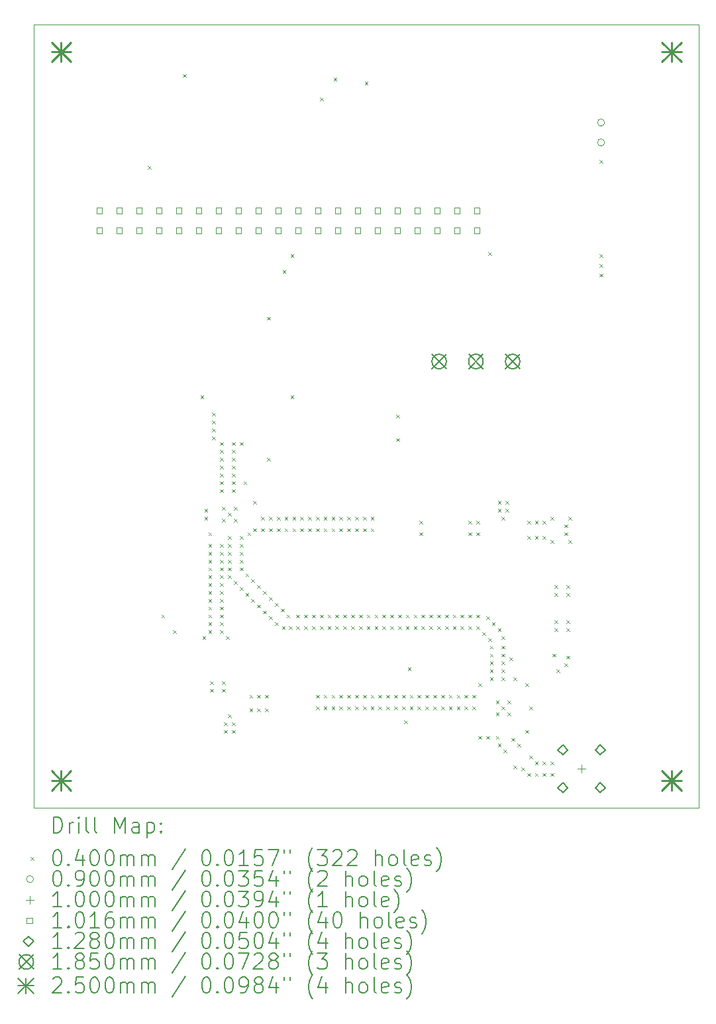
<source format=gbr>
%TF.GenerationSoftware,KiCad,Pcbnew,(6.0.7)*%
%TF.CreationDate,2022-12-07T20:32:53-06:00*%
%TF.ProjectId,Narwal_v1,4e617277-616c-45f7-9631-2e6b69636164,1*%
%TF.SameCoordinates,Original*%
%TF.FileFunction,Drillmap*%
%TF.FilePolarity,Positive*%
%FSLAX45Y45*%
G04 Gerber Fmt 4.5, Leading zero omitted, Abs format (unit mm)*
G04 Created by KiCad (PCBNEW (6.0.7)) date 2022-12-07 20:32:53*
%MOMM*%
%LPD*%
G01*
G04 APERTURE LIST*
%ADD10C,0.100000*%
%ADD11C,0.200000*%
%ADD12C,0.040000*%
%ADD13C,0.090000*%
%ADD14C,0.101600*%
%ADD15C,0.128000*%
%ADD16C,0.185000*%
%ADD17C,0.250000*%
G04 APERTURE END LIST*
D10*
X10000000Y-5000000D02*
X18500000Y-5000000D01*
X18500000Y-5000000D02*
X18500000Y-15000000D01*
X18500000Y-15000000D02*
X10000000Y-15000000D01*
X10000000Y-15000000D02*
X10000000Y-5000000D01*
D11*
D12*
X11455000Y-6805000D02*
X11495000Y-6845000D01*
X11495000Y-6805000D02*
X11455000Y-6845000D01*
X11630000Y-12530000D02*
X11670000Y-12570000D01*
X11670000Y-12530000D02*
X11630000Y-12570000D01*
X11780000Y-12730000D02*
X11820000Y-12770000D01*
X11820000Y-12730000D02*
X11780000Y-12770000D01*
X11905000Y-5630000D02*
X11945000Y-5670000D01*
X11945000Y-5630000D02*
X11905000Y-5670000D01*
X12130000Y-9730000D02*
X12170000Y-9770000D01*
X12170000Y-9730000D02*
X12130000Y-9770000D01*
X12155000Y-12805000D02*
X12195000Y-12845000D01*
X12195000Y-12805000D02*
X12155000Y-12845000D01*
X12180000Y-11180000D02*
X12220000Y-11220000D01*
X12220000Y-11180000D02*
X12180000Y-11220000D01*
X12180000Y-11280000D02*
X12220000Y-11320000D01*
X12220000Y-11280000D02*
X12180000Y-11320000D01*
X12230000Y-11480000D02*
X12270000Y-11520000D01*
X12270000Y-11480000D02*
X12230000Y-11520000D01*
X12230000Y-11630000D02*
X12270000Y-11670000D01*
X12270000Y-11630000D02*
X12230000Y-11670000D01*
X12230000Y-11730000D02*
X12270000Y-11770000D01*
X12270000Y-11730000D02*
X12230000Y-11770000D01*
X12230000Y-11830000D02*
X12270000Y-11870000D01*
X12270000Y-11830000D02*
X12230000Y-11870000D01*
X12230000Y-11930000D02*
X12270000Y-11970000D01*
X12270000Y-11930000D02*
X12230000Y-11970000D01*
X12230000Y-12030000D02*
X12270000Y-12070000D01*
X12270000Y-12030000D02*
X12230000Y-12070000D01*
X12230000Y-12130000D02*
X12270000Y-12170000D01*
X12270000Y-12130000D02*
X12230000Y-12170000D01*
X12230000Y-12230000D02*
X12270000Y-12270000D01*
X12270000Y-12230000D02*
X12230000Y-12270000D01*
X12230000Y-12330000D02*
X12270000Y-12370000D01*
X12270000Y-12330000D02*
X12230000Y-12370000D01*
X12230000Y-12430000D02*
X12270000Y-12470000D01*
X12270000Y-12430000D02*
X12230000Y-12470000D01*
X12230000Y-12530000D02*
X12270000Y-12570000D01*
X12270000Y-12530000D02*
X12230000Y-12570000D01*
X12230000Y-12630000D02*
X12270000Y-12670000D01*
X12270000Y-12630000D02*
X12230000Y-12670000D01*
X12230000Y-12730000D02*
X12270000Y-12770000D01*
X12270000Y-12730000D02*
X12230000Y-12770000D01*
X12255000Y-13380000D02*
X12295000Y-13420000D01*
X12295000Y-13380000D02*
X12255000Y-13420000D01*
X12255000Y-13480000D02*
X12295000Y-13520000D01*
X12295000Y-13480000D02*
X12255000Y-13520000D01*
X12280000Y-9955000D02*
X12320000Y-9995000D01*
X12320000Y-9955000D02*
X12280000Y-9995000D01*
X12280000Y-10055000D02*
X12320000Y-10095000D01*
X12320000Y-10055000D02*
X12280000Y-10095000D01*
X12280000Y-10155000D02*
X12320000Y-10195000D01*
X12320000Y-10155000D02*
X12280000Y-10195000D01*
X12280000Y-10255000D02*
X12320000Y-10295000D01*
X12320000Y-10255000D02*
X12280000Y-10295000D01*
X12380000Y-10330000D02*
X12420000Y-10370000D01*
X12420000Y-10330000D02*
X12380000Y-10370000D01*
X12380000Y-10430000D02*
X12420000Y-10470000D01*
X12420000Y-10430000D02*
X12380000Y-10470000D01*
X12380000Y-10530000D02*
X12420000Y-10570000D01*
X12420000Y-10530000D02*
X12380000Y-10570000D01*
X12380000Y-10630000D02*
X12420000Y-10670000D01*
X12420000Y-10630000D02*
X12380000Y-10670000D01*
X12380000Y-10730000D02*
X12420000Y-10770000D01*
X12420000Y-10730000D02*
X12380000Y-10770000D01*
X12380000Y-10830000D02*
X12420000Y-10870000D01*
X12420000Y-10830000D02*
X12380000Y-10870000D01*
X12380000Y-10930000D02*
X12420000Y-10970000D01*
X12420000Y-10930000D02*
X12380000Y-10970000D01*
X12380000Y-11630000D02*
X12420000Y-11670000D01*
X12420000Y-11630000D02*
X12380000Y-11670000D01*
X12380000Y-11730000D02*
X12420000Y-11770000D01*
X12420000Y-11730000D02*
X12380000Y-11770000D01*
X12380000Y-11830000D02*
X12420000Y-11870000D01*
X12420000Y-11830000D02*
X12380000Y-11870000D01*
X12380000Y-11930000D02*
X12420000Y-11970000D01*
X12420000Y-11930000D02*
X12380000Y-11970000D01*
X12380000Y-12030000D02*
X12420000Y-12070000D01*
X12420000Y-12030000D02*
X12380000Y-12070000D01*
X12380000Y-12130000D02*
X12420000Y-12170000D01*
X12420000Y-12130000D02*
X12380000Y-12170000D01*
X12380000Y-12230000D02*
X12420000Y-12270000D01*
X12420000Y-12230000D02*
X12380000Y-12270000D01*
X12380000Y-12330000D02*
X12420000Y-12370000D01*
X12420000Y-12330000D02*
X12380000Y-12370000D01*
X12380000Y-12430000D02*
X12420000Y-12470000D01*
X12420000Y-12430000D02*
X12380000Y-12470000D01*
X12380000Y-12530000D02*
X12420000Y-12570000D01*
X12420000Y-12530000D02*
X12380000Y-12570000D01*
X12380000Y-12630000D02*
X12420000Y-12670000D01*
X12420000Y-12630000D02*
X12380000Y-12670000D01*
X12380000Y-12730000D02*
X12420000Y-12770000D01*
X12420000Y-12730000D02*
X12380000Y-12770000D01*
X12405000Y-11155000D02*
X12445000Y-11195000D01*
X12445000Y-11155000D02*
X12405000Y-11195000D01*
X12405000Y-11305000D02*
X12445000Y-11345000D01*
X12445000Y-11305000D02*
X12405000Y-11345000D01*
X12405000Y-13380000D02*
X12445000Y-13420000D01*
X12445000Y-13380000D02*
X12405000Y-13420000D01*
X12405000Y-13480000D02*
X12445000Y-13520000D01*
X12445000Y-13480000D02*
X12405000Y-13520000D01*
X12430000Y-13905000D02*
X12470000Y-13945000D01*
X12470000Y-13905000D02*
X12430000Y-13945000D01*
X12430000Y-14005000D02*
X12470000Y-14045000D01*
X12470000Y-14005000D02*
X12430000Y-14045000D01*
X12455000Y-12805000D02*
X12495000Y-12845000D01*
X12495000Y-12805000D02*
X12455000Y-12845000D01*
X12480000Y-11230000D02*
X12520000Y-11270000D01*
X12520000Y-11230000D02*
X12480000Y-11270000D01*
X12480000Y-11530000D02*
X12520000Y-11570000D01*
X12520000Y-11530000D02*
X12480000Y-11570000D01*
X12480000Y-11630000D02*
X12520000Y-11670000D01*
X12520000Y-11630000D02*
X12480000Y-11670000D01*
X12480000Y-11730000D02*
X12520000Y-11770000D01*
X12520000Y-11730000D02*
X12480000Y-11770000D01*
X12480000Y-11830000D02*
X12520000Y-11870000D01*
X12520000Y-11830000D02*
X12480000Y-11870000D01*
X12480000Y-11930000D02*
X12520000Y-11970000D01*
X12520000Y-11930000D02*
X12480000Y-11970000D01*
X12480000Y-12030000D02*
X12520000Y-12070000D01*
X12520000Y-12030000D02*
X12480000Y-12070000D01*
X12480000Y-13805000D02*
X12520000Y-13845000D01*
X12520000Y-13805000D02*
X12480000Y-13845000D01*
X12530000Y-10330000D02*
X12570000Y-10370000D01*
X12570000Y-10330000D02*
X12530000Y-10370000D01*
X12530000Y-10430000D02*
X12570000Y-10470000D01*
X12570000Y-10430000D02*
X12530000Y-10470000D01*
X12530000Y-10530000D02*
X12570000Y-10570000D01*
X12570000Y-10530000D02*
X12530000Y-10570000D01*
X12530000Y-10630000D02*
X12570000Y-10670000D01*
X12570000Y-10630000D02*
X12530000Y-10670000D01*
X12530000Y-10730000D02*
X12570000Y-10770000D01*
X12570000Y-10730000D02*
X12530000Y-10770000D01*
X12530000Y-10830000D02*
X12570000Y-10870000D01*
X12570000Y-10830000D02*
X12530000Y-10870000D01*
X12530000Y-10930000D02*
X12570000Y-10970000D01*
X12570000Y-10930000D02*
X12530000Y-10970000D01*
X12530000Y-13905000D02*
X12570000Y-13945000D01*
X12570000Y-13905000D02*
X12530000Y-13945000D01*
X12530000Y-14005000D02*
X12570000Y-14045000D01*
X12570000Y-14005000D02*
X12530000Y-14045000D01*
X12555000Y-11155000D02*
X12595000Y-11195000D01*
X12595000Y-11155000D02*
X12555000Y-11195000D01*
X12555000Y-11305000D02*
X12595000Y-11345000D01*
X12595000Y-11305000D02*
X12555000Y-11345000D01*
X12555000Y-12105000D02*
X12595000Y-12145000D01*
X12595000Y-12105000D02*
X12555000Y-12145000D01*
X12630000Y-10330000D02*
X12670000Y-10370000D01*
X12670000Y-10330000D02*
X12630000Y-10370000D01*
X12630000Y-11530000D02*
X12670000Y-11570000D01*
X12670000Y-11530000D02*
X12630000Y-11570000D01*
X12630000Y-11630000D02*
X12670000Y-11670000D01*
X12670000Y-11630000D02*
X12630000Y-11670000D01*
X12630000Y-11730000D02*
X12670000Y-11770000D01*
X12670000Y-11730000D02*
X12630000Y-11770000D01*
X12630000Y-11830000D02*
X12670000Y-11870000D01*
X12670000Y-11830000D02*
X12630000Y-11870000D01*
X12630000Y-11930000D02*
X12670000Y-11970000D01*
X12670000Y-11930000D02*
X12630000Y-11970000D01*
X12630000Y-12180000D02*
X12670000Y-12220000D01*
X12670000Y-12180000D02*
X12630000Y-12220000D01*
X12680000Y-10830000D02*
X12720000Y-10870000D01*
X12720000Y-10830000D02*
X12680000Y-10870000D01*
X12705000Y-12005000D02*
X12745000Y-12045000D01*
X12745000Y-12005000D02*
X12705000Y-12045000D01*
X12705000Y-12255000D02*
X12745000Y-12295000D01*
X12745000Y-12255000D02*
X12705000Y-12295000D01*
X12730000Y-11480000D02*
X12770000Y-11520000D01*
X12770000Y-11480000D02*
X12730000Y-11520000D01*
X12755000Y-13555000D02*
X12795000Y-13595000D01*
X12795000Y-13555000D02*
X12755000Y-13595000D01*
X12755000Y-13730000D02*
X12795000Y-13770000D01*
X12795000Y-13730000D02*
X12755000Y-13770000D01*
X12780000Y-12080000D02*
X12820000Y-12120000D01*
X12820000Y-12080000D02*
X12780000Y-12120000D01*
X12780000Y-12330000D02*
X12820000Y-12370000D01*
X12820000Y-12330000D02*
X12780000Y-12370000D01*
X12805000Y-11080000D02*
X12845000Y-11120000D01*
X12845000Y-11080000D02*
X12805000Y-11120000D01*
X12805000Y-11430000D02*
X12845000Y-11470000D01*
X12845000Y-11430000D02*
X12805000Y-11470000D01*
X12855000Y-12155000D02*
X12895000Y-12195000D01*
X12895000Y-12155000D02*
X12855000Y-12195000D01*
X12855000Y-12405000D02*
X12895000Y-12445000D01*
X12895000Y-12405000D02*
X12855000Y-12445000D01*
X12855000Y-13555000D02*
X12895000Y-13595000D01*
X12895000Y-13555000D02*
X12855000Y-13595000D01*
X12855000Y-13730000D02*
X12895000Y-13770000D01*
X12895000Y-13730000D02*
X12855000Y-13770000D01*
X12905000Y-11280000D02*
X12945000Y-11320000D01*
X12945000Y-11280000D02*
X12905000Y-11320000D01*
X12905000Y-11430000D02*
X12945000Y-11470000D01*
X12945000Y-11430000D02*
X12905000Y-11470000D01*
X12930000Y-12230000D02*
X12970000Y-12270000D01*
X12970000Y-12230000D02*
X12930000Y-12270000D01*
X12930000Y-12480000D02*
X12970000Y-12520000D01*
X12970000Y-12480000D02*
X12930000Y-12520000D01*
X12955000Y-13555000D02*
X12995000Y-13595000D01*
X12995000Y-13555000D02*
X12955000Y-13595000D01*
X12955000Y-13730000D02*
X12995000Y-13770000D01*
X12995000Y-13730000D02*
X12955000Y-13770000D01*
X12980000Y-8730000D02*
X13020000Y-8770000D01*
X13020000Y-8730000D02*
X12980000Y-8770000D01*
X12980000Y-10530000D02*
X13020000Y-10570000D01*
X13020000Y-10530000D02*
X12980000Y-10570000D01*
X13005000Y-11280000D02*
X13045000Y-11320000D01*
X13045000Y-11280000D02*
X13005000Y-11320000D01*
X13005000Y-11430000D02*
X13045000Y-11470000D01*
X13045000Y-11430000D02*
X13005000Y-11470000D01*
X13005000Y-12305000D02*
X13045000Y-12345000D01*
X13045000Y-12305000D02*
X13005000Y-12345000D01*
X13005000Y-12555000D02*
X13045000Y-12595000D01*
X13045000Y-12555000D02*
X13005000Y-12595000D01*
X13080000Y-12380000D02*
X13120000Y-12420000D01*
X13120000Y-12380000D02*
X13080000Y-12420000D01*
X13080000Y-12630000D02*
X13120000Y-12670000D01*
X13120000Y-12630000D02*
X13080000Y-12670000D01*
X13105000Y-11280000D02*
X13145000Y-11320000D01*
X13145000Y-11280000D02*
X13105000Y-11320000D01*
X13105000Y-11430000D02*
X13145000Y-11470000D01*
X13145000Y-11430000D02*
X13105000Y-11470000D01*
X13155000Y-12455000D02*
X13195000Y-12495000D01*
X13195000Y-12455000D02*
X13155000Y-12495000D01*
X13170000Y-12680000D02*
X13210000Y-12720000D01*
X13210000Y-12680000D02*
X13170000Y-12720000D01*
X13180000Y-8130000D02*
X13220000Y-8170000D01*
X13220000Y-8130000D02*
X13180000Y-8170000D01*
X13205000Y-11280000D02*
X13245000Y-11320000D01*
X13245000Y-11280000D02*
X13205000Y-11320000D01*
X13205000Y-11430000D02*
X13245000Y-11470000D01*
X13245000Y-11430000D02*
X13205000Y-11470000D01*
X13230000Y-12530000D02*
X13270000Y-12570000D01*
X13270000Y-12530000D02*
X13230000Y-12570000D01*
X13262500Y-12680000D02*
X13302500Y-12720000D01*
X13302500Y-12680000D02*
X13262500Y-12720000D01*
X13280000Y-7930000D02*
X13320000Y-7970000D01*
X13320000Y-7930000D02*
X13280000Y-7970000D01*
X13280000Y-9730000D02*
X13320000Y-9770000D01*
X13320000Y-9730000D02*
X13280000Y-9770000D01*
X13305000Y-11280000D02*
X13345000Y-11320000D01*
X13345000Y-11280000D02*
X13305000Y-11320000D01*
X13305000Y-11430000D02*
X13345000Y-11470000D01*
X13345000Y-11430000D02*
X13305000Y-11470000D01*
X13355000Y-12530000D02*
X13395000Y-12570000D01*
X13395000Y-12530000D02*
X13355000Y-12570000D01*
X13355000Y-12680000D02*
X13395000Y-12720000D01*
X13395000Y-12680000D02*
X13355000Y-12720000D01*
X13405000Y-11280000D02*
X13445000Y-11320000D01*
X13445000Y-11280000D02*
X13405000Y-11320000D01*
X13405000Y-11430000D02*
X13445000Y-11470000D01*
X13445000Y-11430000D02*
X13405000Y-11470000D01*
X13455000Y-12530000D02*
X13495000Y-12570000D01*
X13495000Y-12530000D02*
X13455000Y-12570000D01*
X13455000Y-12680000D02*
X13495000Y-12720000D01*
X13495000Y-12680000D02*
X13455000Y-12720000D01*
X13505000Y-11280000D02*
X13545000Y-11320000D01*
X13545000Y-11280000D02*
X13505000Y-11320000D01*
X13505000Y-11430000D02*
X13545000Y-11470000D01*
X13545000Y-11430000D02*
X13505000Y-11470000D01*
X13555000Y-12530000D02*
X13595000Y-12570000D01*
X13595000Y-12530000D02*
X13555000Y-12570000D01*
X13555000Y-12680000D02*
X13595000Y-12720000D01*
X13595000Y-12680000D02*
X13555000Y-12720000D01*
X13605000Y-11280000D02*
X13645000Y-11320000D01*
X13645000Y-11280000D02*
X13605000Y-11320000D01*
X13605000Y-11430000D02*
X13645000Y-11470000D01*
X13645000Y-11430000D02*
X13605000Y-11470000D01*
X13605000Y-13555000D02*
X13645000Y-13595000D01*
X13645000Y-13555000D02*
X13605000Y-13595000D01*
X13605000Y-13705000D02*
X13645000Y-13745000D01*
X13645000Y-13705000D02*
X13605000Y-13745000D01*
X13655000Y-12530000D02*
X13695000Y-12570000D01*
X13695000Y-12530000D02*
X13655000Y-12570000D01*
X13655000Y-12680000D02*
X13695000Y-12720000D01*
X13695000Y-12680000D02*
X13655000Y-12720000D01*
X13657500Y-5930000D02*
X13697500Y-5970000D01*
X13697500Y-5930000D02*
X13657500Y-5970000D01*
X13705000Y-11280000D02*
X13745000Y-11320000D01*
X13745000Y-11280000D02*
X13705000Y-11320000D01*
X13705000Y-11430000D02*
X13745000Y-11470000D01*
X13745000Y-11430000D02*
X13705000Y-11470000D01*
X13705000Y-13555000D02*
X13745000Y-13595000D01*
X13745000Y-13555000D02*
X13705000Y-13595000D01*
X13705000Y-13705000D02*
X13745000Y-13745000D01*
X13745000Y-13705000D02*
X13705000Y-13745000D01*
X13755000Y-12530000D02*
X13795000Y-12570000D01*
X13795000Y-12530000D02*
X13755000Y-12570000D01*
X13755000Y-12680000D02*
X13795000Y-12720000D01*
X13795000Y-12680000D02*
X13755000Y-12720000D01*
X13805000Y-11280000D02*
X13845000Y-11320000D01*
X13845000Y-11280000D02*
X13805000Y-11320000D01*
X13805000Y-11430000D02*
X13845000Y-11470000D01*
X13845000Y-11430000D02*
X13805000Y-11470000D01*
X13805000Y-13555000D02*
X13845000Y-13595000D01*
X13845000Y-13555000D02*
X13805000Y-13595000D01*
X13805000Y-13705000D02*
X13845000Y-13745000D01*
X13845000Y-13705000D02*
X13805000Y-13745000D01*
X13830000Y-5680000D02*
X13870000Y-5720000D01*
X13870000Y-5680000D02*
X13830000Y-5720000D01*
X13855000Y-12530000D02*
X13895000Y-12570000D01*
X13895000Y-12530000D02*
X13855000Y-12570000D01*
X13855000Y-12680000D02*
X13895000Y-12720000D01*
X13895000Y-12680000D02*
X13855000Y-12720000D01*
X13905000Y-11280000D02*
X13945000Y-11320000D01*
X13945000Y-11280000D02*
X13905000Y-11320000D01*
X13905000Y-11430000D02*
X13945000Y-11470000D01*
X13945000Y-11430000D02*
X13905000Y-11470000D01*
X13905000Y-13555000D02*
X13945000Y-13595000D01*
X13945000Y-13555000D02*
X13905000Y-13595000D01*
X13905000Y-13705000D02*
X13945000Y-13745000D01*
X13945000Y-13705000D02*
X13905000Y-13745000D01*
X13955000Y-12530000D02*
X13995000Y-12570000D01*
X13995000Y-12530000D02*
X13955000Y-12570000D01*
X13955000Y-12680000D02*
X13995000Y-12720000D01*
X13995000Y-12680000D02*
X13955000Y-12720000D01*
X14005000Y-11280000D02*
X14045000Y-11320000D01*
X14045000Y-11280000D02*
X14005000Y-11320000D01*
X14005000Y-11430000D02*
X14045000Y-11470000D01*
X14045000Y-11430000D02*
X14005000Y-11470000D01*
X14005000Y-13555000D02*
X14045000Y-13595000D01*
X14045000Y-13555000D02*
X14005000Y-13595000D01*
X14005000Y-13705000D02*
X14045000Y-13745000D01*
X14045000Y-13705000D02*
X14005000Y-13745000D01*
X14055000Y-12530000D02*
X14095000Y-12570000D01*
X14095000Y-12530000D02*
X14055000Y-12570000D01*
X14055000Y-12680000D02*
X14095000Y-12720000D01*
X14095000Y-12680000D02*
X14055000Y-12720000D01*
X14105000Y-11280000D02*
X14145000Y-11320000D01*
X14145000Y-11280000D02*
X14105000Y-11320000D01*
X14105000Y-11430000D02*
X14145000Y-11470000D01*
X14145000Y-11430000D02*
X14105000Y-11470000D01*
X14105000Y-13555000D02*
X14145000Y-13595000D01*
X14145000Y-13555000D02*
X14105000Y-13595000D01*
X14105000Y-13705000D02*
X14145000Y-13745000D01*
X14145000Y-13705000D02*
X14105000Y-13745000D01*
X14155000Y-12530000D02*
X14195000Y-12570000D01*
X14195000Y-12530000D02*
X14155000Y-12570000D01*
X14155000Y-12680000D02*
X14195000Y-12720000D01*
X14195000Y-12680000D02*
X14155000Y-12720000D01*
X14205000Y-11280000D02*
X14245000Y-11320000D01*
X14245000Y-11280000D02*
X14205000Y-11320000D01*
X14205000Y-11430000D02*
X14245000Y-11470000D01*
X14245000Y-11430000D02*
X14205000Y-11470000D01*
X14205000Y-13555000D02*
X14245000Y-13595000D01*
X14245000Y-13555000D02*
X14205000Y-13595000D01*
X14205000Y-13705000D02*
X14245000Y-13745000D01*
X14245000Y-13705000D02*
X14205000Y-13745000D01*
X14230000Y-5730000D02*
X14270000Y-5770000D01*
X14270000Y-5730000D02*
X14230000Y-5770000D01*
X14255000Y-12530000D02*
X14295000Y-12570000D01*
X14295000Y-12530000D02*
X14255000Y-12570000D01*
X14255000Y-12680000D02*
X14295000Y-12720000D01*
X14295000Y-12680000D02*
X14255000Y-12720000D01*
X14305000Y-11280000D02*
X14345000Y-11320000D01*
X14345000Y-11280000D02*
X14305000Y-11320000D01*
X14305000Y-11430000D02*
X14345000Y-11470000D01*
X14345000Y-11430000D02*
X14305000Y-11470000D01*
X14305000Y-13555000D02*
X14345000Y-13595000D01*
X14345000Y-13555000D02*
X14305000Y-13595000D01*
X14305000Y-13705000D02*
X14345000Y-13745000D01*
X14345000Y-13705000D02*
X14305000Y-13745000D01*
X14355000Y-12530000D02*
X14395000Y-12570000D01*
X14395000Y-12530000D02*
X14355000Y-12570000D01*
X14355000Y-12680000D02*
X14395000Y-12720000D01*
X14395000Y-12680000D02*
X14355000Y-12720000D01*
X14405000Y-13555000D02*
X14445000Y-13595000D01*
X14445000Y-13555000D02*
X14405000Y-13595000D01*
X14405000Y-13705000D02*
X14445000Y-13745000D01*
X14445000Y-13705000D02*
X14405000Y-13745000D01*
X14455000Y-12530000D02*
X14495000Y-12570000D01*
X14495000Y-12530000D02*
X14455000Y-12570000D01*
X14455000Y-12680000D02*
X14495000Y-12720000D01*
X14495000Y-12680000D02*
X14455000Y-12720000D01*
X14505000Y-13555000D02*
X14545000Y-13595000D01*
X14545000Y-13555000D02*
X14505000Y-13595000D01*
X14505000Y-13705000D02*
X14545000Y-13745000D01*
X14545000Y-13705000D02*
X14505000Y-13745000D01*
X14555000Y-12530000D02*
X14595000Y-12570000D01*
X14595000Y-12530000D02*
X14555000Y-12570000D01*
X14555000Y-12680000D02*
X14595000Y-12720000D01*
X14595000Y-12680000D02*
X14555000Y-12720000D01*
X14605000Y-13555000D02*
X14645000Y-13595000D01*
X14645000Y-13555000D02*
X14605000Y-13595000D01*
X14605000Y-13705000D02*
X14645000Y-13745000D01*
X14645000Y-13705000D02*
X14605000Y-13745000D01*
X14630000Y-9980000D02*
X14670000Y-10020000D01*
X14670000Y-9980000D02*
X14630000Y-10020000D01*
X14630000Y-10280000D02*
X14670000Y-10320000D01*
X14670000Y-10280000D02*
X14630000Y-10320000D01*
X14655000Y-12530000D02*
X14695000Y-12570000D01*
X14695000Y-12530000D02*
X14655000Y-12570000D01*
X14655000Y-12680000D02*
X14695000Y-12720000D01*
X14695000Y-12680000D02*
X14655000Y-12720000D01*
X14705000Y-13555000D02*
X14745000Y-13595000D01*
X14745000Y-13555000D02*
X14705000Y-13595000D01*
X14705000Y-13705000D02*
X14745000Y-13745000D01*
X14745000Y-13705000D02*
X14705000Y-13745000D01*
X14730000Y-13880000D02*
X14770000Y-13920000D01*
X14770000Y-13880000D02*
X14730000Y-13920000D01*
X14755000Y-12530000D02*
X14795000Y-12570000D01*
X14795000Y-12530000D02*
X14755000Y-12570000D01*
X14755000Y-12680000D02*
X14795000Y-12720000D01*
X14795000Y-12680000D02*
X14755000Y-12720000D01*
X14780000Y-13205000D02*
X14820000Y-13245000D01*
X14820000Y-13205000D02*
X14780000Y-13245000D01*
X14805000Y-13555000D02*
X14845000Y-13595000D01*
X14845000Y-13555000D02*
X14805000Y-13595000D01*
X14805000Y-13705000D02*
X14845000Y-13745000D01*
X14845000Y-13705000D02*
X14805000Y-13745000D01*
X14855000Y-12530000D02*
X14895000Y-12570000D01*
X14895000Y-12530000D02*
X14855000Y-12570000D01*
X14855000Y-12680000D02*
X14895000Y-12720000D01*
X14895000Y-12680000D02*
X14855000Y-12720000D01*
X14905000Y-13555000D02*
X14945000Y-13595000D01*
X14945000Y-13555000D02*
X14905000Y-13595000D01*
X14905000Y-13705000D02*
X14945000Y-13745000D01*
X14945000Y-13705000D02*
X14905000Y-13745000D01*
X14930000Y-11330000D02*
X14970000Y-11370000D01*
X14970000Y-11330000D02*
X14930000Y-11370000D01*
X14930000Y-11480000D02*
X14970000Y-11520000D01*
X14970000Y-11480000D02*
X14930000Y-11520000D01*
X14955000Y-12530000D02*
X14995000Y-12570000D01*
X14995000Y-12530000D02*
X14955000Y-12570000D01*
X14955000Y-12680000D02*
X14995000Y-12720000D01*
X14995000Y-12680000D02*
X14955000Y-12720000D01*
X15005000Y-13555000D02*
X15045000Y-13595000D01*
X15045000Y-13555000D02*
X15005000Y-13595000D01*
X15005000Y-13705000D02*
X15045000Y-13745000D01*
X15045000Y-13705000D02*
X15005000Y-13745000D01*
X15055000Y-12530000D02*
X15095000Y-12570000D01*
X15095000Y-12530000D02*
X15055000Y-12570000D01*
X15055000Y-12680000D02*
X15095000Y-12720000D01*
X15095000Y-12680000D02*
X15055000Y-12720000D01*
X15105000Y-13555000D02*
X15145000Y-13595000D01*
X15145000Y-13555000D02*
X15105000Y-13595000D01*
X15105000Y-13705000D02*
X15145000Y-13745000D01*
X15145000Y-13705000D02*
X15105000Y-13745000D01*
X15155000Y-12530000D02*
X15195000Y-12570000D01*
X15195000Y-12530000D02*
X15155000Y-12570000D01*
X15155000Y-12680000D02*
X15195000Y-12720000D01*
X15195000Y-12680000D02*
X15155000Y-12720000D01*
X15205000Y-13555000D02*
X15245000Y-13595000D01*
X15245000Y-13555000D02*
X15205000Y-13595000D01*
X15205000Y-13705000D02*
X15245000Y-13745000D01*
X15245000Y-13705000D02*
X15205000Y-13745000D01*
X15255000Y-12530000D02*
X15295000Y-12570000D01*
X15295000Y-12530000D02*
X15255000Y-12570000D01*
X15255000Y-12680000D02*
X15295000Y-12720000D01*
X15295000Y-12680000D02*
X15255000Y-12720000D01*
X15305000Y-13555000D02*
X15345000Y-13595000D01*
X15345000Y-13555000D02*
X15305000Y-13595000D01*
X15305000Y-13705000D02*
X15345000Y-13745000D01*
X15345000Y-13705000D02*
X15305000Y-13745000D01*
X15355000Y-12530000D02*
X15395000Y-12570000D01*
X15395000Y-12530000D02*
X15355000Y-12570000D01*
X15355000Y-12680000D02*
X15395000Y-12720000D01*
X15395000Y-12680000D02*
X15355000Y-12720000D01*
X15405000Y-13555000D02*
X15445000Y-13595000D01*
X15445000Y-13555000D02*
X15405000Y-13595000D01*
X15405000Y-13705000D02*
X15445000Y-13745000D01*
X15445000Y-13705000D02*
X15405000Y-13745000D01*
X15455000Y-12530000D02*
X15495000Y-12570000D01*
X15495000Y-12530000D02*
X15455000Y-12570000D01*
X15455000Y-12680000D02*
X15495000Y-12720000D01*
X15495000Y-12680000D02*
X15455000Y-12720000D01*
X15505000Y-13555000D02*
X15545000Y-13595000D01*
X15545000Y-13555000D02*
X15505000Y-13595000D01*
X15505000Y-13705000D02*
X15545000Y-13745000D01*
X15545000Y-13705000D02*
X15505000Y-13745000D01*
X15555000Y-11330000D02*
X15595000Y-11370000D01*
X15595000Y-11330000D02*
X15555000Y-11370000D01*
X15555000Y-11480000D02*
X15595000Y-11520000D01*
X15595000Y-11480000D02*
X15555000Y-11520000D01*
X15555000Y-12530000D02*
X15595000Y-12570000D01*
X15595000Y-12530000D02*
X15555000Y-12570000D01*
X15555000Y-12680000D02*
X15595000Y-12720000D01*
X15595000Y-12680000D02*
X15555000Y-12720000D01*
X15605000Y-13555000D02*
X15645000Y-13595000D01*
X15645000Y-13555000D02*
X15605000Y-13595000D01*
X15605000Y-13705000D02*
X15645000Y-13745000D01*
X15645000Y-13705000D02*
X15605000Y-13745000D01*
X15655000Y-11330000D02*
X15695000Y-11370000D01*
X15695000Y-11330000D02*
X15655000Y-11370000D01*
X15655000Y-11480000D02*
X15695000Y-11520000D01*
X15695000Y-11480000D02*
X15655000Y-11520000D01*
X15655000Y-12530000D02*
X15695000Y-12570000D01*
X15695000Y-12530000D02*
X15655000Y-12570000D01*
X15655000Y-12680000D02*
X15695000Y-12720000D01*
X15695000Y-12680000D02*
X15655000Y-12720000D01*
X15680000Y-13405000D02*
X15720000Y-13445000D01*
X15720000Y-13405000D02*
X15680000Y-13445000D01*
X15680000Y-14080000D02*
X15720000Y-14120000D01*
X15720000Y-14080000D02*
X15680000Y-14120000D01*
X15730000Y-12755000D02*
X15770000Y-12795000D01*
X15770000Y-12755000D02*
X15730000Y-12795000D01*
X15780000Y-12555000D02*
X15820000Y-12595000D01*
X15820000Y-12555000D02*
X15780000Y-12595000D01*
X15780000Y-14080000D02*
X15820000Y-14120000D01*
X15820000Y-14080000D02*
X15780000Y-14120000D01*
X15805000Y-7905000D02*
X15845000Y-7945000D01*
X15845000Y-7905000D02*
X15805000Y-7945000D01*
X15805000Y-12830000D02*
X15845000Y-12870000D01*
X15845000Y-12830000D02*
X15805000Y-12870000D01*
X15830000Y-12930000D02*
X15870000Y-12970000D01*
X15870000Y-12930000D02*
X15830000Y-12970000D01*
X15830000Y-13030000D02*
X15870000Y-13070000D01*
X15870000Y-13030000D02*
X15830000Y-13070000D01*
X15830000Y-13130000D02*
X15870000Y-13170000D01*
X15870000Y-13130000D02*
X15830000Y-13170000D01*
X15830000Y-13230000D02*
X15870000Y-13270000D01*
X15870000Y-13230000D02*
X15830000Y-13270000D01*
X15830000Y-13330000D02*
X15870000Y-13370000D01*
X15870000Y-13330000D02*
X15830000Y-13370000D01*
X15855000Y-12630000D02*
X15895000Y-12670000D01*
X15895000Y-12630000D02*
X15855000Y-12670000D01*
X15905000Y-13630000D02*
X15945000Y-13670000D01*
X15945000Y-13630000D02*
X15905000Y-13670000D01*
X15905000Y-13780000D02*
X15945000Y-13820000D01*
X15945000Y-13780000D02*
X15905000Y-13820000D01*
X15905000Y-14080000D02*
X15945000Y-14120000D01*
X15945000Y-14080000D02*
X15905000Y-14120000D01*
X15930000Y-11080000D02*
X15970000Y-11120000D01*
X15970000Y-11080000D02*
X15930000Y-11120000D01*
X15930000Y-11180000D02*
X15970000Y-11220000D01*
X15970000Y-11180000D02*
X15930000Y-11220000D01*
X15930000Y-12705000D02*
X15970000Y-12745000D01*
X15970000Y-12705000D02*
X15930000Y-12745000D01*
X15930000Y-14180000D02*
X15970000Y-14220000D01*
X15970000Y-14180000D02*
X15930000Y-14220000D01*
X15980000Y-11280000D02*
X16020000Y-11320000D01*
X16020000Y-11280000D02*
X15980000Y-11320000D01*
X15980000Y-12805000D02*
X16020000Y-12845000D01*
X16020000Y-12805000D02*
X15980000Y-12845000D01*
X15980000Y-12930000D02*
X16020000Y-12970000D01*
X16020000Y-12930000D02*
X15980000Y-12970000D01*
X15980000Y-13030000D02*
X16020000Y-13070000D01*
X16020000Y-13030000D02*
X15980000Y-13070000D01*
X15980000Y-13130000D02*
X16020000Y-13170000D01*
X16020000Y-13130000D02*
X15980000Y-13170000D01*
X15980000Y-13230000D02*
X16020000Y-13270000D01*
X16020000Y-13230000D02*
X15980000Y-13270000D01*
X15980000Y-13330000D02*
X16020000Y-13370000D01*
X16020000Y-13330000D02*
X15980000Y-13370000D01*
X15980000Y-13705000D02*
X16020000Y-13745000D01*
X16020000Y-13705000D02*
X15980000Y-13745000D01*
X16005000Y-14255000D02*
X16045000Y-14295000D01*
X16045000Y-14255000D02*
X16005000Y-14295000D01*
X16030000Y-11080000D02*
X16070000Y-11120000D01*
X16070000Y-11080000D02*
X16030000Y-11120000D01*
X16030000Y-11180000D02*
X16070000Y-11220000D01*
X16070000Y-11180000D02*
X16030000Y-11220000D01*
X16055000Y-13630000D02*
X16095000Y-13670000D01*
X16095000Y-13630000D02*
X16055000Y-13670000D01*
X16055000Y-13780000D02*
X16095000Y-13820000D01*
X16095000Y-13780000D02*
X16055000Y-13820000D01*
X16080000Y-13080000D02*
X16120000Y-13120000D01*
X16120000Y-13080000D02*
X16080000Y-13120000D01*
X16105000Y-14105000D02*
X16145000Y-14145000D01*
X16145000Y-14105000D02*
X16105000Y-14145000D01*
X16130000Y-13330000D02*
X16170000Y-13370000D01*
X16170000Y-13330000D02*
X16130000Y-13370000D01*
X16130000Y-14455000D02*
X16170000Y-14495000D01*
X16170000Y-14455000D02*
X16130000Y-14495000D01*
X16180000Y-14180000D02*
X16220000Y-14220000D01*
X16220000Y-14180000D02*
X16180000Y-14220000D01*
X16230000Y-14480000D02*
X16270000Y-14520000D01*
X16270000Y-14480000D02*
X16230000Y-14520000D01*
X16280000Y-13405000D02*
X16320000Y-13445000D01*
X16320000Y-13405000D02*
X16280000Y-13445000D01*
X16280000Y-14005000D02*
X16320000Y-14045000D01*
X16320000Y-14005000D02*
X16280000Y-14045000D01*
X16305000Y-11330000D02*
X16345000Y-11370000D01*
X16345000Y-11330000D02*
X16305000Y-11370000D01*
X16305000Y-11530000D02*
X16345000Y-11570000D01*
X16345000Y-11530000D02*
X16305000Y-11570000D01*
X16305000Y-14555000D02*
X16345000Y-14595000D01*
X16345000Y-14555000D02*
X16305000Y-14595000D01*
X16330000Y-13705000D02*
X16370000Y-13745000D01*
X16370000Y-13705000D02*
X16330000Y-13745000D01*
X16330000Y-14330000D02*
X16370000Y-14370000D01*
X16370000Y-14330000D02*
X16330000Y-14370000D01*
X16405000Y-11330000D02*
X16445000Y-11370000D01*
X16445000Y-11330000D02*
X16405000Y-11370000D01*
X16405000Y-11530000D02*
X16445000Y-11570000D01*
X16445000Y-11530000D02*
X16405000Y-11570000D01*
X16405000Y-14405000D02*
X16445000Y-14445000D01*
X16445000Y-14405000D02*
X16405000Y-14445000D01*
X16405000Y-14555000D02*
X16445000Y-14595000D01*
X16445000Y-14555000D02*
X16405000Y-14595000D01*
X16505000Y-11330000D02*
X16545000Y-11370000D01*
X16545000Y-11330000D02*
X16505000Y-11370000D01*
X16505000Y-11530000D02*
X16545000Y-11570000D01*
X16545000Y-11530000D02*
X16505000Y-11570000D01*
X16505000Y-14405000D02*
X16545000Y-14445000D01*
X16545000Y-14405000D02*
X16505000Y-14445000D01*
X16505000Y-14555000D02*
X16545000Y-14595000D01*
X16545000Y-14555000D02*
X16505000Y-14595000D01*
X16605000Y-11280000D02*
X16645000Y-11320000D01*
X16645000Y-11280000D02*
X16605000Y-11320000D01*
X16605000Y-11580000D02*
X16645000Y-11620000D01*
X16645000Y-11580000D02*
X16605000Y-11620000D01*
X16605000Y-14405000D02*
X16645000Y-14445000D01*
X16645000Y-14405000D02*
X16605000Y-14445000D01*
X16605000Y-14555000D02*
X16645000Y-14595000D01*
X16645000Y-14555000D02*
X16605000Y-14595000D01*
X16630000Y-13030000D02*
X16670000Y-13070000D01*
X16670000Y-13030000D02*
X16630000Y-13070000D01*
X16655000Y-12155000D02*
X16695000Y-12195000D01*
X16695000Y-12155000D02*
X16655000Y-12195000D01*
X16655000Y-12255000D02*
X16695000Y-12295000D01*
X16695000Y-12255000D02*
X16655000Y-12295000D01*
X16655000Y-12605000D02*
X16695000Y-12645000D01*
X16695000Y-12605000D02*
X16655000Y-12645000D01*
X16655000Y-12705000D02*
X16695000Y-12745000D01*
X16695000Y-12705000D02*
X16655000Y-12745000D01*
X16680000Y-13230000D02*
X16720000Y-13270000D01*
X16720000Y-13230000D02*
X16680000Y-13270000D01*
X16780000Y-11380000D02*
X16820000Y-11420000D01*
X16820000Y-11380000D02*
X16780000Y-11420000D01*
X16780000Y-11480000D02*
X16820000Y-11520000D01*
X16820000Y-11480000D02*
X16780000Y-11520000D01*
X16780000Y-13155000D02*
X16820000Y-13195000D01*
X16820000Y-13155000D02*
X16780000Y-13195000D01*
X16805000Y-12155000D02*
X16845000Y-12195000D01*
X16845000Y-12155000D02*
X16805000Y-12195000D01*
X16805000Y-12255000D02*
X16845000Y-12295000D01*
X16845000Y-12255000D02*
X16805000Y-12295000D01*
X16805000Y-12605000D02*
X16845000Y-12645000D01*
X16845000Y-12605000D02*
X16805000Y-12645000D01*
X16805000Y-12705000D02*
X16845000Y-12745000D01*
X16845000Y-12705000D02*
X16805000Y-12745000D01*
X16805000Y-13055000D02*
X16845000Y-13095000D01*
X16845000Y-13055000D02*
X16805000Y-13095000D01*
X16830000Y-11280000D02*
X16870000Y-11320000D01*
X16870000Y-11280000D02*
X16830000Y-11320000D01*
X16830000Y-11580000D02*
X16870000Y-11620000D01*
X16870000Y-11580000D02*
X16830000Y-11620000D01*
X17230000Y-6730000D02*
X17270000Y-6770000D01*
X17270000Y-6730000D02*
X17230000Y-6770000D01*
X17230000Y-7930000D02*
X17270000Y-7970000D01*
X17270000Y-7930000D02*
X17230000Y-7970000D01*
X17230000Y-8055000D02*
X17270000Y-8095000D01*
X17270000Y-8055000D02*
X17230000Y-8095000D01*
X17230000Y-8180000D02*
X17270000Y-8220000D01*
X17270000Y-8180000D02*
X17230000Y-8220000D01*
D13*
X17295000Y-6250000D02*
G75*
G03*
X17295000Y-6250000I-45000J0D01*
G01*
X17295000Y-6504000D02*
G75*
G03*
X17295000Y-6504000I-45000J0D01*
G01*
D10*
X17000000Y-14450000D02*
X17000000Y-14550000D01*
X16950000Y-14500000D02*
X17050000Y-14500000D01*
D14*
X10872921Y-7408921D02*
X10872921Y-7337079D01*
X10801079Y-7337079D01*
X10801079Y-7408921D01*
X10872921Y-7408921D01*
X10872921Y-7662921D02*
X10872921Y-7591079D01*
X10801079Y-7591079D01*
X10801079Y-7662921D01*
X10872921Y-7662921D01*
X11126921Y-7408921D02*
X11126921Y-7337079D01*
X11055079Y-7337079D01*
X11055079Y-7408921D01*
X11126921Y-7408921D01*
X11126921Y-7662921D02*
X11126921Y-7591079D01*
X11055079Y-7591079D01*
X11055079Y-7662921D01*
X11126921Y-7662921D01*
X11380921Y-7408921D02*
X11380921Y-7337079D01*
X11309079Y-7337079D01*
X11309079Y-7408921D01*
X11380921Y-7408921D01*
X11380921Y-7662921D02*
X11380921Y-7591079D01*
X11309079Y-7591079D01*
X11309079Y-7662921D01*
X11380921Y-7662921D01*
X11634921Y-7408921D02*
X11634921Y-7337079D01*
X11563079Y-7337079D01*
X11563079Y-7408921D01*
X11634921Y-7408921D01*
X11634921Y-7662921D02*
X11634921Y-7591079D01*
X11563079Y-7591079D01*
X11563079Y-7662921D01*
X11634921Y-7662921D01*
X11888921Y-7408921D02*
X11888921Y-7337079D01*
X11817079Y-7337079D01*
X11817079Y-7408921D01*
X11888921Y-7408921D01*
X11888921Y-7662921D02*
X11888921Y-7591079D01*
X11817079Y-7591079D01*
X11817079Y-7662921D01*
X11888921Y-7662921D01*
X12142921Y-7408921D02*
X12142921Y-7337079D01*
X12071079Y-7337079D01*
X12071079Y-7408921D01*
X12142921Y-7408921D01*
X12142921Y-7662921D02*
X12142921Y-7591079D01*
X12071079Y-7591079D01*
X12071079Y-7662921D01*
X12142921Y-7662921D01*
X12396921Y-7408921D02*
X12396921Y-7337079D01*
X12325079Y-7337079D01*
X12325079Y-7408921D01*
X12396921Y-7408921D01*
X12396921Y-7662921D02*
X12396921Y-7591079D01*
X12325079Y-7591079D01*
X12325079Y-7662921D01*
X12396921Y-7662921D01*
X12650921Y-7408921D02*
X12650921Y-7337079D01*
X12579079Y-7337079D01*
X12579079Y-7408921D01*
X12650921Y-7408921D01*
X12650921Y-7662921D02*
X12650921Y-7591079D01*
X12579079Y-7591079D01*
X12579079Y-7662921D01*
X12650921Y-7662921D01*
X12904921Y-7408921D02*
X12904921Y-7337079D01*
X12833079Y-7337079D01*
X12833079Y-7408921D01*
X12904921Y-7408921D01*
X12904921Y-7662921D02*
X12904921Y-7591079D01*
X12833079Y-7591079D01*
X12833079Y-7662921D01*
X12904921Y-7662921D01*
X13158921Y-7408921D02*
X13158921Y-7337079D01*
X13087079Y-7337079D01*
X13087079Y-7408921D01*
X13158921Y-7408921D01*
X13158921Y-7662921D02*
X13158921Y-7591079D01*
X13087079Y-7591079D01*
X13087079Y-7662921D01*
X13158921Y-7662921D01*
X13412921Y-7408921D02*
X13412921Y-7337079D01*
X13341079Y-7337079D01*
X13341079Y-7408921D01*
X13412921Y-7408921D01*
X13412921Y-7662921D02*
X13412921Y-7591079D01*
X13341079Y-7591079D01*
X13341079Y-7662921D01*
X13412921Y-7662921D01*
X13666921Y-7408921D02*
X13666921Y-7337079D01*
X13595079Y-7337079D01*
X13595079Y-7408921D01*
X13666921Y-7408921D01*
X13666921Y-7662921D02*
X13666921Y-7591079D01*
X13595079Y-7591079D01*
X13595079Y-7662921D01*
X13666921Y-7662921D01*
X13920921Y-7408921D02*
X13920921Y-7337079D01*
X13849079Y-7337079D01*
X13849079Y-7408921D01*
X13920921Y-7408921D01*
X13920921Y-7662921D02*
X13920921Y-7591079D01*
X13849079Y-7591079D01*
X13849079Y-7662921D01*
X13920921Y-7662921D01*
X14174921Y-7408921D02*
X14174921Y-7337079D01*
X14103079Y-7337079D01*
X14103079Y-7408921D01*
X14174921Y-7408921D01*
X14174921Y-7662921D02*
X14174921Y-7591079D01*
X14103079Y-7591079D01*
X14103079Y-7662921D01*
X14174921Y-7662921D01*
X14428921Y-7408921D02*
X14428921Y-7337079D01*
X14357079Y-7337079D01*
X14357079Y-7408921D01*
X14428921Y-7408921D01*
X14428921Y-7662921D02*
X14428921Y-7591079D01*
X14357079Y-7591079D01*
X14357079Y-7662921D01*
X14428921Y-7662921D01*
X14682921Y-7408921D02*
X14682921Y-7337079D01*
X14611079Y-7337079D01*
X14611079Y-7408921D01*
X14682921Y-7408921D01*
X14682921Y-7662921D02*
X14682921Y-7591079D01*
X14611079Y-7591079D01*
X14611079Y-7662921D01*
X14682921Y-7662921D01*
X14936921Y-7408921D02*
X14936921Y-7337079D01*
X14865079Y-7337079D01*
X14865079Y-7408921D01*
X14936921Y-7408921D01*
X14936921Y-7662921D02*
X14936921Y-7591079D01*
X14865079Y-7591079D01*
X14865079Y-7662921D01*
X14936921Y-7662921D01*
X15190921Y-7408921D02*
X15190921Y-7337079D01*
X15119079Y-7337079D01*
X15119079Y-7408921D01*
X15190921Y-7408921D01*
X15190921Y-7662921D02*
X15190921Y-7591079D01*
X15119079Y-7591079D01*
X15119079Y-7662921D01*
X15190921Y-7662921D01*
X15444921Y-7408921D02*
X15444921Y-7337079D01*
X15373079Y-7337079D01*
X15373079Y-7408921D01*
X15444921Y-7408921D01*
X15444921Y-7662921D02*
X15444921Y-7591079D01*
X15373079Y-7591079D01*
X15373079Y-7662921D01*
X15444921Y-7662921D01*
X15698921Y-7408921D02*
X15698921Y-7337079D01*
X15627079Y-7337079D01*
X15627079Y-7408921D01*
X15698921Y-7408921D01*
X15698921Y-7662921D02*
X15698921Y-7591079D01*
X15627079Y-7591079D01*
X15627079Y-7662921D01*
X15698921Y-7662921D01*
D15*
X16760000Y-14324000D02*
X16824000Y-14260000D01*
X16760000Y-14196000D01*
X16696000Y-14260000D01*
X16760000Y-14324000D01*
X16760000Y-14804000D02*
X16824000Y-14740000D01*
X16760000Y-14676000D01*
X16696000Y-14740000D01*
X16760000Y-14804000D01*
X17240000Y-14324000D02*
X17304000Y-14260000D01*
X17240000Y-14196000D01*
X17176000Y-14260000D01*
X17240000Y-14324000D01*
X17240000Y-14804000D02*
X17304000Y-14740000D01*
X17240000Y-14676000D01*
X17176000Y-14740000D01*
X17240000Y-14804000D01*
D16*
X15087500Y-9207500D02*
X15272500Y-9392500D01*
X15272500Y-9207500D02*
X15087500Y-9392500D01*
X15272500Y-9300000D02*
G75*
G03*
X15272500Y-9300000I-92500J0D01*
G01*
X15557500Y-9207500D02*
X15742500Y-9392500D01*
X15742500Y-9207500D02*
X15557500Y-9392500D01*
X15742500Y-9300000D02*
G75*
G03*
X15742500Y-9300000I-92500J0D01*
G01*
X16027500Y-9207500D02*
X16212500Y-9392500D01*
X16212500Y-9207500D02*
X16027500Y-9392500D01*
X16212500Y-9300000D02*
G75*
G03*
X16212500Y-9300000I-92500J0D01*
G01*
D17*
X10225000Y-5225000D02*
X10475000Y-5475000D01*
X10475000Y-5225000D02*
X10225000Y-5475000D01*
X10350000Y-5225000D02*
X10350000Y-5475000D01*
X10225000Y-5350000D02*
X10475000Y-5350000D01*
X10225000Y-14525000D02*
X10475000Y-14775000D01*
X10475000Y-14525000D02*
X10225000Y-14775000D01*
X10350000Y-14525000D02*
X10350000Y-14775000D01*
X10225000Y-14650000D02*
X10475000Y-14650000D01*
X18025000Y-5225000D02*
X18275000Y-5475000D01*
X18275000Y-5225000D02*
X18025000Y-5475000D01*
X18150000Y-5225000D02*
X18150000Y-5475000D01*
X18025000Y-5350000D02*
X18275000Y-5350000D01*
X18025000Y-14525000D02*
X18275000Y-14775000D01*
X18275000Y-14525000D02*
X18025000Y-14775000D01*
X18150000Y-14525000D02*
X18150000Y-14775000D01*
X18025000Y-14650000D02*
X18275000Y-14650000D01*
D11*
X10252619Y-15315476D02*
X10252619Y-15115476D01*
X10300238Y-15115476D01*
X10328810Y-15125000D01*
X10347857Y-15144048D01*
X10357381Y-15163095D01*
X10366905Y-15201190D01*
X10366905Y-15229762D01*
X10357381Y-15267857D01*
X10347857Y-15286905D01*
X10328810Y-15305952D01*
X10300238Y-15315476D01*
X10252619Y-15315476D01*
X10452619Y-15315476D02*
X10452619Y-15182143D01*
X10452619Y-15220238D02*
X10462143Y-15201190D01*
X10471667Y-15191667D01*
X10490714Y-15182143D01*
X10509762Y-15182143D01*
X10576429Y-15315476D02*
X10576429Y-15182143D01*
X10576429Y-15115476D02*
X10566905Y-15125000D01*
X10576429Y-15134524D01*
X10585952Y-15125000D01*
X10576429Y-15115476D01*
X10576429Y-15134524D01*
X10700238Y-15315476D02*
X10681190Y-15305952D01*
X10671667Y-15286905D01*
X10671667Y-15115476D01*
X10805000Y-15315476D02*
X10785952Y-15305952D01*
X10776429Y-15286905D01*
X10776429Y-15115476D01*
X11033571Y-15315476D02*
X11033571Y-15115476D01*
X11100238Y-15258333D01*
X11166905Y-15115476D01*
X11166905Y-15315476D01*
X11347857Y-15315476D02*
X11347857Y-15210714D01*
X11338333Y-15191667D01*
X11319286Y-15182143D01*
X11281190Y-15182143D01*
X11262143Y-15191667D01*
X11347857Y-15305952D02*
X11328809Y-15315476D01*
X11281190Y-15315476D01*
X11262143Y-15305952D01*
X11252619Y-15286905D01*
X11252619Y-15267857D01*
X11262143Y-15248809D01*
X11281190Y-15239286D01*
X11328809Y-15239286D01*
X11347857Y-15229762D01*
X11443095Y-15182143D02*
X11443095Y-15382143D01*
X11443095Y-15191667D02*
X11462143Y-15182143D01*
X11500238Y-15182143D01*
X11519286Y-15191667D01*
X11528809Y-15201190D01*
X11538333Y-15220238D01*
X11538333Y-15277381D01*
X11528809Y-15296428D01*
X11519286Y-15305952D01*
X11500238Y-15315476D01*
X11462143Y-15315476D01*
X11443095Y-15305952D01*
X11624048Y-15296428D02*
X11633571Y-15305952D01*
X11624048Y-15315476D01*
X11614524Y-15305952D01*
X11624048Y-15296428D01*
X11624048Y-15315476D01*
X11624048Y-15191667D02*
X11633571Y-15201190D01*
X11624048Y-15210714D01*
X11614524Y-15201190D01*
X11624048Y-15191667D01*
X11624048Y-15210714D01*
D12*
X9955000Y-15625000D02*
X9995000Y-15665000D01*
X9995000Y-15625000D02*
X9955000Y-15665000D01*
D11*
X10290714Y-15535476D02*
X10309762Y-15535476D01*
X10328810Y-15545000D01*
X10338333Y-15554524D01*
X10347857Y-15573571D01*
X10357381Y-15611667D01*
X10357381Y-15659286D01*
X10347857Y-15697381D01*
X10338333Y-15716428D01*
X10328810Y-15725952D01*
X10309762Y-15735476D01*
X10290714Y-15735476D01*
X10271667Y-15725952D01*
X10262143Y-15716428D01*
X10252619Y-15697381D01*
X10243095Y-15659286D01*
X10243095Y-15611667D01*
X10252619Y-15573571D01*
X10262143Y-15554524D01*
X10271667Y-15545000D01*
X10290714Y-15535476D01*
X10443095Y-15716428D02*
X10452619Y-15725952D01*
X10443095Y-15735476D01*
X10433571Y-15725952D01*
X10443095Y-15716428D01*
X10443095Y-15735476D01*
X10624048Y-15602143D02*
X10624048Y-15735476D01*
X10576429Y-15525952D02*
X10528810Y-15668809D01*
X10652619Y-15668809D01*
X10766905Y-15535476D02*
X10785952Y-15535476D01*
X10805000Y-15545000D01*
X10814524Y-15554524D01*
X10824048Y-15573571D01*
X10833571Y-15611667D01*
X10833571Y-15659286D01*
X10824048Y-15697381D01*
X10814524Y-15716428D01*
X10805000Y-15725952D01*
X10785952Y-15735476D01*
X10766905Y-15735476D01*
X10747857Y-15725952D01*
X10738333Y-15716428D01*
X10728810Y-15697381D01*
X10719286Y-15659286D01*
X10719286Y-15611667D01*
X10728810Y-15573571D01*
X10738333Y-15554524D01*
X10747857Y-15545000D01*
X10766905Y-15535476D01*
X10957381Y-15535476D02*
X10976429Y-15535476D01*
X10995476Y-15545000D01*
X11005000Y-15554524D01*
X11014524Y-15573571D01*
X11024048Y-15611667D01*
X11024048Y-15659286D01*
X11014524Y-15697381D01*
X11005000Y-15716428D01*
X10995476Y-15725952D01*
X10976429Y-15735476D01*
X10957381Y-15735476D01*
X10938333Y-15725952D01*
X10928810Y-15716428D01*
X10919286Y-15697381D01*
X10909762Y-15659286D01*
X10909762Y-15611667D01*
X10919286Y-15573571D01*
X10928810Y-15554524D01*
X10938333Y-15545000D01*
X10957381Y-15535476D01*
X11109762Y-15735476D02*
X11109762Y-15602143D01*
X11109762Y-15621190D02*
X11119286Y-15611667D01*
X11138333Y-15602143D01*
X11166905Y-15602143D01*
X11185952Y-15611667D01*
X11195476Y-15630714D01*
X11195476Y-15735476D01*
X11195476Y-15630714D02*
X11205000Y-15611667D01*
X11224048Y-15602143D01*
X11252619Y-15602143D01*
X11271667Y-15611667D01*
X11281190Y-15630714D01*
X11281190Y-15735476D01*
X11376428Y-15735476D02*
X11376428Y-15602143D01*
X11376428Y-15621190D02*
X11385952Y-15611667D01*
X11405000Y-15602143D01*
X11433571Y-15602143D01*
X11452619Y-15611667D01*
X11462143Y-15630714D01*
X11462143Y-15735476D01*
X11462143Y-15630714D02*
X11471667Y-15611667D01*
X11490714Y-15602143D01*
X11519286Y-15602143D01*
X11538333Y-15611667D01*
X11547857Y-15630714D01*
X11547857Y-15735476D01*
X11938333Y-15525952D02*
X11766905Y-15783095D01*
X12195476Y-15535476D02*
X12214524Y-15535476D01*
X12233571Y-15545000D01*
X12243095Y-15554524D01*
X12252619Y-15573571D01*
X12262143Y-15611667D01*
X12262143Y-15659286D01*
X12252619Y-15697381D01*
X12243095Y-15716428D01*
X12233571Y-15725952D01*
X12214524Y-15735476D01*
X12195476Y-15735476D01*
X12176428Y-15725952D01*
X12166905Y-15716428D01*
X12157381Y-15697381D01*
X12147857Y-15659286D01*
X12147857Y-15611667D01*
X12157381Y-15573571D01*
X12166905Y-15554524D01*
X12176428Y-15545000D01*
X12195476Y-15535476D01*
X12347857Y-15716428D02*
X12357381Y-15725952D01*
X12347857Y-15735476D01*
X12338333Y-15725952D01*
X12347857Y-15716428D01*
X12347857Y-15735476D01*
X12481190Y-15535476D02*
X12500238Y-15535476D01*
X12519286Y-15545000D01*
X12528809Y-15554524D01*
X12538333Y-15573571D01*
X12547857Y-15611667D01*
X12547857Y-15659286D01*
X12538333Y-15697381D01*
X12528809Y-15716428D01*
X12519286Y-15725952D01*
X12500238Y-15735476D01*
X12481190Y-15735476D01*
X12462143Y-15725952D01*
X12452619Y-15716428D01*
X12443095Y-15697381D01*
X12433571Y-15659286D01*
X12433571Y-15611667D01*
X12443095Y-15573571D01*
X12452619Y-15554524D01*
X12462143Y-15545000D01*
X12481190Y-15535476D01*
X12738333Y-15735476D02*
X12624048Y-15735476D01*
X12681190Y-15735476D02*
X12681190Y-15535476D01*
X12662143Y-15564048D01*
X12643095Y-15583095D01*
X12624048Y-15592619D01*
X12919286Y-15535476D02*
X12824048Y-15535476D01*
X12814524Y-15630714D01*
X12824048Y-15621190D01*
X12843095Y-15611667D01*
X12890714Y-15611667D01*
X12909762Y-15621190D01*
X12919286Y-15630714D01*
X12928809Y-15649762D01*
X12928809Y-15697381D01*
X12919286Y-15716428D01*
X12909762Y-15725952D01*
X12890714Y-15735476D01*
X12843095Y-15735476D01*
X12824048Y-15725952D01*
X12814524Y-15716428D01*
X12995476Y-15535476D02*
X13128809Y-15535476D01*
X13043095Y-15735476D01*
X13195476Y-15535476D02*
X13195476Y-15573571D01*
X13271667Y-15535476D02*
X13271667Y-15573571D01*
X13566905Y-15811667D02*
X13557381Y-15802143D01*
X13538333Y-15773571D01*
X13528809Y-15754524D01*
X13519286Y-15725952D01*
X13509762Y-15678333D01*
X13509762Y-15640238D01*
X13519286Y-15592619D01*
X13528809Y-15564048D01*
X13538333Y-15545000D01*
X13557381Y-15516428D01*
X13566905Y-15506905D01*
X13624048Y-15535476D02*
X13747857Y-15535476D01*
X13681190Y-15611667D01*
X13709762Y-15611667D01*
X13728809Y-15621190D01*
X13738333Y-15630714D01*
X13747857Y-15649762D01*
X13747857Y-15697381D01*
X13738333Y-15716428D01*
X13728809Y-15725952D01*
X13709762Y-15735476D01*
X13652619Y-15735476D01*
X13633571Y-15725952D01*
X13624048Y-15716428D01*
X13824048Y-15554524D02*
X13833571Y-15545000D01*
X13852619Y-15535476D01*
X13900238Y-15535476D01*
X13919286Y-15545000D01*
X13928809Y-15554524D01*
X13938333Y-15573571D01*
X13938333Y-15592619D01*
X13928809Y-15621190D01*
X13814524Y-15735476D01*
X13938333Y-15735476D01*
X14014524Y-15554524D02*
X14024048Y-15545000D01*
X14043095Y-15535476D01*
X14090714Y-15535476D01*
X14109762Y-15545000D01*
X14119286Y-15554524D01*
X14128809Y-15573571D01*
X14128809Y-15592619D01*
X14119286Y-15621190D01*
X14005000Y-15735476D01*
X14128809Y-15735476D01*
X14366905Y-15735476D02*
X14366905Y-15535476D01*
X14452619Y-15735476D02*
X14452619Y-15630714D01*
X14443095Y-15611667D01*
X14424048Y-15602143D01*
X14395476Y-15602143D01*
X14376428Y-15611667D01*
X14366905Y-15621190D01*
X14576428Y-15735476D02*
X14557381Y-15725952D01*
X14547857Y-15716428D01*
X14538333Y-15697381D01*
X14538333Y-15640238D01*
X14547857Y-15621190D01*
X14557381Y-15611667D01*
X14576428Y-15602143D01*
X14605000Y-15602143D01*
X14624048Y-15611667D01*
X14633571Y-15621190D01*
X14643095Y-15640238D01*
X14643095Y-15697381D01*
X14633571Y-15716428D01*
X14624048Y-15725952D01*
X14605000Y-15735476D01*
X14576428Y-15735476D01*
X14757381Y-15735476D02*
X14738333Y-15725952D01*
X14728809Y-15706905D01*
X14728809Y-15535476D01*
X14909762Y-15725952D02*
X14890714Y-15735476D01*
X14852619Y-15735476D01*
X14833571Y-15725952D01*
X14824048Y-15706905D01*
X14824048Y-15630714D01*
X14833571Y-15611667D01*
X14852619Y-15602143D01*
X14890714Y-15602143D01*
X14909762Y-15611667D01*
X14919286Y-15630714D01*
X14919286Y-15649762D01*
X14824048Y-15668809D01*
X14995476Y-15725952D02*
X15014524Y-15735476D01*
X15052619Y-15735476D01*
X15071667Y-15725952D01*
X15081190Y-15706905D01*
X15081190Y-15697381D01*
X15071667Y-15678333D01*
X15052619Y-15668809D01*
X15024048Y-15668809D01*
X15005000Y-15659286D01*
X14995476Y-15640238D01*
X14995476Y-15630714D01*
X15005000Y-15611667D01*
X15024048Y-15602143D01*
X15052619Y-15602143D01*
X15071667Y-15611667D01*
X15147857Y-15811667D02*
X15157381Y-15802143D01*
X15176428Y-15773571D01*
X15185952Y-15754524D01*
X15195476Y-15725952D01*
X15205000Y-15678333D01*
X15205000Y-15640238D01*
X15195476Y-15592619D01*
X15185952Y-15564048D01*
X15176428Y-15545000D01*
X15157381Y-15516428D01*
X15147857Y-15506905D01*
D13*
X9995000Y-15909000D02*
G75*
G03*
X9995000Y-15909000I-45000J0D01*
G01*
D11*
X10290714Y-15799476D02*
X10309762Y-15799476D01*
X10328810Y-15809000D01*
X10338333Y-15818524D01*
X10347857Y-15837571D01*
X10357381Y-15875667D01*
X10357381Y-15923286D01*
X10347857Y-15961381D01*
X10338333Y-15980428D01*
X10328810Y-15989952D01*
X10309762Y-15999476D01*
X10290714Y-15999476D01*
X10271667Y-15989952D01*
X10262143Y-15980428D01*
X10252619Y-15961381D01*
X10243095Y-15923286D01*
X10243095Y-15875667D01*
X10252619Y-15837571D01*
X10262143Y-15818524D01*
X10271667Y-15809000D01*
X10290714Y-15799476D01*
X10443095Y-15980428D02*
X10452619Y-15989952D01*
X10443095Y-15999476D01*
X10433571Y-15989952D01*
X10443095Y-15980428D01*
X10443095Y-15999476D01*
X10547857Y-15999476D02*
X10585952Y-15999476D01*
X10605000Y-15989952D01*
X10614524Y-15980428D01*
X10633571Y-15951857D01*
X10643095Y-15913762D01*
X10643095Y-15837571D01*
X10633571Y-15818524D01*
X10624048Y-15809000D01*
X10605000Y-15799476D01*
X10566905Y-15799476D01*
X10547857Y-15809000D01*
X10538333Y-15818524D01*
X10528810Y-15837571D01*
X10528810Y-15885190D01*
X10538333Y-15904238D01*
X10547857Y-15913762D01*
X10566905Y-15923286D01*
X10605000Y-15923286D01*
X10624048Y-15913762D01*
X10633571Y-15904238D01*
X10643095Y-15885190D01*
X10766905Y-15799476D02*
X10785952Y-15799476D01*
X10805000Y-15809000D01*
X10814524Y-15818524D01*
X10824048Y-15837571D01*
X10833571Y-15875667D01*
X10833571Y-15923286D01*
X10824048Y-15961381D01*
X10814524Y-15980428D01*
X10805000Y-15989952D01*
X10785952Y-15999476D01*
X10766905Y-15999476D01*
X10747857Y-15989952D01*
X10738333Y-15980428D01*
X10728810Y-15961381D01*
X10719286Y-15923286D01*
X10719286Y-15875667D01*
X10728810Y-15837571D01*
X10738333Y-15818524D01*
X10747857Y-15809000D01*
X10766905Y-15799476D01*
X10957381Y-15799476D02*
X10976429Y-15799476D01*
X10995476Y-15809000D01*
X11005000Y-15818524D01*
X11014524Y-15837571D01*
X11024048Y-15875667D01*
X11024048Y-15923286D01*
X11014524Y-15961381D01*
X11005000Y-15980428D01*
X10995476Y-15989952D01*
X10976429Y-15999476D01*
X10957381Y-15999476D01*
X10938333Y-15989952D01*
X10928810Y-15980428D01*
X10919286Y-15961381D01*
X10909762Y-15923286D01*
X10909762Y-15875667D01*
X10919286Y-15837571D01*
X10928810Y-15818524D01*
X10938333Y-15809000D01*
X10957381Y-15799476D01*
X11109762Y-15999476D02*
X11109762Y-15866143D01*
X11109762Y-15885190D02*
X11119286Y-15875667D01*
X11138333Y-15866143D01*
X11166905Y-15866143D01*
X11185952Y-15875667D01*
X11195476Y-15894714D01*
X11195476Y-15999476D01*
X11195476Y-15894714D02*
X11205000Y-15875667D01*
X11224048Y-15866143D01*
X11252619Y-15866143D01*
X11271667Y-15875667D01*
X11281190Y-15894714D01*
X11281190Y-15999476D01*
X11376428Y-15999476D02*
X11376428Y-15866143D01*
X11376428Y-15885190D02*
X11385952Y-15875667D01*
X11405000Y-15866143D01*
X11433571Y-15866143D01*
X11452619Y-15875667D01*
X11462143Y-15894714D01*
X11462143Y-15999476D01*
X11462143Y-15894714D02*
X11471667Y-15875667D01*
X11490714Y-15866143D01*
X11519286Y-15866143D01*
X11538333Y-15875667D01*
X11547857Y-15894714D01*
X11547857Y-15999476D01*
X11938333Y-15789952D02*
X11766905Y-16047095D01*
X12195476Y-15799476D02*
X12214524Y-15799476D01*
X12233571Y-15809000D01*
X12243095Y-15818524D01*
X12252619Y-15837571D01*
X12262143Y-15875667D01*
X12262143Y-15923286D01*
X12252619Y-15961381D01*
X12243095Y-15980428D01*
X12233571Y-15989952D01*
X12214524Y-15999476D01*
X12195476Y-15999476D01*
X12176428Y-15989952D01*
X12166905Y-15980428D01*
X12157381Y-15961381D01*
X12147857Y-15923286D01*
X12147857Y-15875667D01*
X12157381Y-15837571D01*
X12166905Y-15818524D01*
X12176428Y-15809000D01*
X12195476Y-15799476D01*
X12347857Y-15980428D02*
X12357381Y-15989952D01*
X12347857Y-15999476D01*
X12338333Y-15989952D01*
X12347857Y-15980428D01*
X12347857Y-15999476D01*
X12481190Y-15799476D02*
X12500238Y-15799476D01*
X12519286Y-15809000D01*
X12528809Y-15818524D01*
X12538333Y-15837571D01*
X12547857Y-15875667D01*
X12547857Y-15923286D01*
X12538333Y-15961381D01*
X12528809Y-15980428D01*
X12519286Y-15989952D01*
X12500238Y-15999476D01*
X12481190Y-15999476D01*
X12462143Y-15989952D01*
X12452619Y-15980428D01*
X12443095Y-15961381D01*
X12433571Y-15923286D01*
X12433571Y-15875667D01*
X12443095Y-15837571D01*
X12452619Y-15818524D01*
X12462143Y-15809000D01*
X12481190Y-15799476D01*
X12614524Y-15799476D02*
X12738333Y-15799476D01*
X12671667Y-15875667D01*
X12700238Y-15875667D01*
X12719286Y-15885190D01*
X12728809Y-15894714D01*
X12738333Y-15913762D01*
X12738333Y-15961381D01*
X12728809Y-15980428D01*
X12719286Y-15989952D01*
X12700238Y-15999476D01*
X12643095Y-15999476D01*
X12624048Y-15989952D01*
X12614524Y-15980428D01*
X12919286Y-15799476D02*
X12824048Y-15799476D01*
X12814524Y-15894714D01*
X12824048Y-15885190D01*
X12843095Y-15875667D01*
X12890714Y-15875667D01*
X12909762Y-15885190D01*
X12919286Y-15894714D01*
X12928809Y-15913762D01*
X12928809Y-15961381D01*
X12919286Y-15980428D01*
X12909762Y-15989952D01*
X12890714Y-15999476D01*
X12843095Y-15999476D01*
X12824048Y-15989952D01*
X12814524Y-15980428D01*
X13100238Y-15866143D02*
X13100238Y-15999476D01*
X13052619Y-15789952D02*
X13005000Y-15932809D01*
X13128809Y-15932809D01*
X13195476Y-15799476D02*
X13195476Y-15837571D01*
X13271667Y-15799476D02*
X13271667Y-15837571D01*
X13566905Y-16075667D02*
X13557381Y-16066143D01*
X13538333Y-16037571D01*
X13528809Y-16018524D01*
X13519286Y-15989952D01*
X13509762Y-15942333D01*
X13509762Y-15904238D01*
X13519286Y-15856619D01*
X13528809Y-15828048D01*
X13538333Y-15809000D01*
X13557381Y-15780428D01*
X13566905Y-15770905D01*
X13633571Y-15818524D02*
X13643095Y-15809000D01*
X13662143Y-15799476D01*
X13709762Y-15799476D01*
X13728809Y-15809000D01*
X13738333Y-15818524D01*
X13747857Y-15837571D01*
X13747857Y-15856619D01*
X13738333Y-15885190D01*
X13624048Y-15999476D01*
X13747857Y-15999476D01*
X13985952Y-15999476D02*
X13985952Y-15799476D01*
X14071667Y-15999476D02*
X14071667Y-15894714D01*
X14062143Y-15875667D01*
X14043095Y-15866143D01*
X14014524Y-15866143D01*
X13995476Y-15875667D01*
X13985952Y-15885190D01*
X14195476Y-15999476D02*
X14176428Y-15989952D01*
X14166905Y-15980428D01*
X14157381Y-15961381D01*
X14157381Y-15904238D01*
X14166905Y-15885190D01*
X14176428Y-15875667D01*
X14195476Y-15866143D01*
X14224048Y-15866143D01*
X14243095Y-15875667D01*
X14252619Y-15885190D01*
X14262143Y-15904238D01*
X14262143Y-15961381D01*
X14252619Y-15980428D01*
X14243095Y-15989952D01*
X14224048Y-15999476D01*
X14195476Y-15999476D01*
X14376428Y-15999476D02*
X14357381Y-15989952D01*
X14347857Y-15970905D01*
X14347857Y-15799476D01*
X14528809Y-15989952D02*
X14509762Y-15999476D01*
X14471667Y-15999476D01*
X14452619Y-15989952D01*
X14443095Y-15970905D01*
X14443095Y-15894714D01*
X14452619Y-15875667D01*
X14471667Y-15866143D01*
X14509762Y-15866143D01*
X14528809Y-15875667D01*
X14538333Y-15894714D01*
X14538333Y-15913762D01*
X14443095Y-15932809D01*
X14614524Y-15989952D02*
X14633571Y-15999476D01*
X14671667Y-15999476D01*
X14690714Y-15989952D01*
X14700238Y-15970905D01*
X14700238Y-15961381D01*
X14690714Y-15942333D01*
X14671667Y-15932809D01*
X14643095Y-15932809D01*
X14624048Y-15923286D01*
X14614524Y-15904238D01*
X14614524Y-15894714D01*
X14624048Y-15875667D01*
X14643095Y-15866143D01*
X14671667Y-15866143D01*
X14690714Y-15875667D01*
X14766905Y-16075667D02*
X14776428Y-16066143D01*
X14795476Y-16037571D01*
X14805000Y-16018524D01*
X14814524Y-15989952D01*
X14824048Y-15942333D01*
X14824048Y-15904238D01*
X14814524Y-15856619D01*
X14805000Y-15828048D01*
X14795476Y-15809000D01*
X14776428Y-15780428D01*
X14766905Y-15770905D01*
D10*
X9945000Y-16123000D02*
X9945000Y-16223000D01*
X9895000Y-16173000D02*
X9995000Y-16173000D01*
D11*
X10357381Y-16263476D02*
X10243095Y-16263476D01*
X10300238Y-16263476D02*
X10300238Y-16063476D01*
X10281190Y-16092048D01*
X10262143Y-16111095D01*
X10243095Y-16120619D01*
X10443095Y-16244428D02*
X10452619Y-16253952D01*
X10443095Y-16263476D01*
X10433571Y-16253952D01*
X10443095Y-16244428D01*
X10443095Y-16263476D01*
X10576429Y-16063476D02*
X10595476Y-16063476D01*
X10614524Y-16073000D01*
X10624048Y-16082524D01*
X10633571Y-16101571D01*
X10643095Y-16139667D01*
X10643095Y-16187286D01*
X10633571Y-16225381D01*
X10624048Y-16244428D01*
X10614524Y-16253952D01*
X10595476Y-16263476D01*
X10576429Y-16263476D01*
X10557381Y-16253952D01*
X10547857Y-16244428D01*
X10538333Y-16225381D01*
X10528810Y-16187286D01*
X10528810Y-16139667D01*
X10538333Y-16101571D01*
X10547857Y-16082524D01*
X10557381Y-16073000D01*
X10576429Y-16063476D01*
X10766905Y-16063476D02*
X10785952Y-16063476D01*
X10805000Y-16073000D01*
X10814524Y-16082524D01*
X10824048Y-16101571D01*
X10833571Y-16139667D01*
X10833571Y-16187286D01*
X10824048Y-16225381D01*
X10814524Y-16244428D01*
X10805000Y-16253952D01*
X10785952Y-16263476D01*
X10766905Y-16263476D01*
X10747857Y-16253952D01*
X10738333Y-16244428D01*
X10728810Y-16225381D01*
X10719286Y-16187286D01*
X10719286Y-16139667D01*
X10728810Y-16101571D01*
X10738333Y-16082524D01*
X10747857Y-16073000D01*
X10766905Y-16063476D01*
X10957381Y-16063476D02*
X10976429Y-16063476D01*
X10995476Y-16073000D01*
X11005000Y-16082524D01*
X11014524Y-16101571D01*
X11024048Y-16139667D01*
X11024048Y-16187286D01*
X11014524Y-16225381D01*
X11005000Y-16244428D01*
X10995476Y-16253952D01*
X10976429Y-16263476D01*
X10957381Y-16263476D01*
X10938333Y-16253952D01*
X10928810Y-16244428D01*
X10919286Y-16225381D01*
X10909762Y-16187286D01*
X10909762Y-16139667D01*
X10919286Y-16101571D01*
X10928810Y-16082524D01*
X10938333Y-16073000D01*
X10957381Y-16063476D01*
X11109762Y-16263476D02*
X11109762Y-16130143D01*
X11109762Y-16149190D02*
X11119286Y-16139667D01*
X11138333Y-16130143D01*
X11166905Y-16130143D01*
X11185952Y-16139667D01*
X11195476Y-16158714D01*
X11195476Y-16263476D01*
X11195476Y-16158714D02*
X11205000Y-16139667D01*
X11224048Y-16130143D01*
X11252619Y-16130143D01*
X11271667Y-16139667D01*
X11281190Y-16158714D01*
X11281190Y-16263476D01*
X11376428Y-16263476D02*
X11376428Y-16130143D01*
X11376428Y-16149190D02*
X11385952Y-16139667D01*
X11405000Y-16130143D01*
X11433571Y-16130143D01*
X11452619Y-16139667D01*
X11462143Y-16158714D01*
X11462143Y-16263476D01*
X11462143Y-16158714D02*
X11471667Y-16139667D01*
X11490714Y-16130143D01*
X11519286Y-16130143D01*
X11538333Y-16139667D01*
X11547857Y-16158714D01*
X11547857Y-16263476D01*
X11938333Y-16053952D02*
X11766905Y-16311095D01*
X12195476Y-16063476D02*
X12214524Y-16063476D01*
X12233571Y-16073000D01*
X12243095Y-16082524D01*
X12252619Y-16101571D01*
X12262143Y-16139667D01*
X12262143Y-16187286D01*
X12252619Y-16225381D01*
X12243095Y-16244428D01*
X12233571Y-16253952D01*
X12214524Y-16263476D01*
X12195476Y-16263476D01*
X12176428Y-16253952D01*
X12166905Y-16244428D01*
X12157381Y-16225381D01*
X12147857Y-16187286D01*
X12147857Y-16139667D01*
X12157381Y-16101571D01*
X12166905Y-16082524D01*
X12176428Y-16073000D01*
X12195476Y-16063476D01*
X12347857Y-16244428D02*
X12357381Y-16253952D01*
X12347857Y-16263476D01*
X12338333Y-16253952D01*
X12347857Y-16244428D01*
X12347857Y-16263476D01*
X12481190Y-16063476D02*
X12500238Y-16063476D01*
X12519286Y-16073000D01*
X12528809Y-16082524D01*
X12538333Y-16101571D01*
X12547857Y-16139667D01*
X12547857Y-16187286D01*
X12538333Y-16225381D01*
X12528809Y-16244428D01*
X12519286Y-16253952D01*
X12500238Y-16263476D01*
X12481190Y-16263476D01*
X12462143Y-16253952D01*
X12452619Y-16244428D01*
X12443095Y-16225381D01*
X12433571Y-16187286D01*
X12433571Y-16139667D01*
X12443095Y-16101571D01*
X12452619Y-16082524D01*
X12462143Y-16073000D01*
X12481190Y-16063476D01*
X12614524Y-16063476D02*
X12738333Y-16063476D01*
X12671667Y-16139667D01*
X12700238Y-16139667D01*
X12719286Y-16149190D01*
X12728809Y-16158714D01*
X12738333Y-16177762D01*
X12738333Y-16225381D01*
X12728809Y-16244428D01*
X12719286Y-16253952D01*
X12700238Y-16263476D01*
X12643095Y-16263476D01*
X12624048Y-16253952D01*
X12614524Y-16244428D01*
X12833571Y-16263476D02*
X12871667Y-16263476D01*
X12890714Y-16253952D01*
X12900238Y-16244428D01*
X12919286Y-16215857D01*
X12928809Y-16177762D01*
X12928809Y-16101571D01*
X12919286Y-16082524D01*
X12909762Y-16073000D01*
X12890714Y-16063476D01*
X12852619Y-16063476D01*
X12833571Y-16073000D01*
X12824048Y-16082524D01*
X12814524Y-16101571D01*
X12814524Y-16149190D01*
X12824048Y-16168238D01*
X12833571Y-16177762D01*
X12852619Y-16187286D01*
X12890714Y-16187286D01*
X12909762Y-16177762D01*
X12919286Y-16168238D01*
X12928809Y-16149190D01*
X13100238Y-16130143D02*
X13100238Y-16263476D01*
X13052619Y-16053952D02*
X13005000Y-16196809D01*
X13128809Y-16196809D01*
X13195476Y-16063476D02*
X13195476Y-16101571D01*
X13271667Y-16063476D02*
X13271667Y-16101571D01*
X13566905Y-16339667D02*
X13557381Y-16330143D01*
X13538333Y-16301571D01*
X13528809Y-16282524D01*
X13519286Y-16253952D01*
X13509762Y-16206333D01*
X13509762Y-16168238D01*
X13519286Y-16120619D01*
X13528809Y-16092048D01*
X13538333Y-16073000D01*
X13557381Y-16044428D01*
X13566905Y-16034905D01*
X13747857Y-16263476D02*
X13633571Y-16263476D01*
X13690714Y-16263476D02*
X13690714Y-16063476D01*
X13671667Y-16092048D01*
X13652619Y-16111095D01*
X13633571Y-16120619D01*
X13985952Y-16263476D02*
X13985952Y-16063476D01*
X14071667Y-16263476D02*
X14071667Y-16158714D01*
X14062143Y-16139667D01*
X14043095Y-16130143D01*
X14014524Y-16130143D01*
X13995476Y-16139667D01*
X13985952Y-16149190D01*
X14195476Y-16263476D02*
X14176428Y-16253952D01*
X14166905Y-16244428D01*
X14157381Y-16225381D01*
X14157381Y-16168238D01*
X14166905Y-16149190D01*
X14176428Y-16139667D01*
X14195476Y-16130143D01*
X14224048Y-16130143D01*
X14243095Y-16139667D01*
X14252619Y-16149190D01*
X14262143Y-16168238D01*
X14262143Y-16225381D01*
X14252619Y-16244428D01*
X14243095Y-16253952D01*
X14224048Y-16263476D01*
X14195476Y-16263476D01*
X14376428Y-16263476D02*
X14357381Y-16253952D01*
X14347857Y-16234905D01*
X14347857Y-16063476D01*
X14528809Y-16253952D02*
X14509762Y-16263476D01*
X14471667Y-16263476D01*
X14452619Y-16253952D01*
X14443095Y-16234905D01*
X14443095Y-16158714D01*
X14452619Y-16139667D01*
X14471667Y-16130143D01*
X14509762Y-16130143D01*
X14528809Y-16139667D01*
X14538333Y-16158714D01*
X14538333Y-16177762D01*
X14443095Y-16196809D01*
X14605000Y-16339667D02*
X14614524Y-16330143D01*
X14633571Y-16301571D01*
X14643095Y-16282524D01*
X14652619Y-16253952D01*
X14662143Y-16206333D01*
X14662143Y-16168238D01*
X14652619Y-16120619D01*
X14643095Y-16092048D01*
X14633571Y-16073000D01*
X14614524Y-16044428D01*
X14605000Y-16034905D01*
D14*
X9980121Y-16472921D02*
X9980121Y-16401079D01*
X9908279Y-16401079D01*
X9908279Y-16472921D01*
X9980121Y-16472921D01*
D11*
X10357381Y-16527476D02*
X10243095Y-16527476D01*
X10300238Y-16527476D02*
X10300238Y-16327476D01*
X10281190Y-16356048D01*
X10262143Y-16375095D01*
X10243095Y-16384619D01*
X10443095Y-16508428D02*
X10452619Y-16517952D01*
X10443095Y-16527476D01*
X10433571Y-16517952D01*
X10443095Y-16508428D01*
X10443095Y-16527476D01*
X10576429Y-16327476D02*
X10595476Y-16327476D01*
X10614524Y-16337000D01*
X10624048Y-16346524D01*
X10633571Y-16365571D01*
X10643095Y-16403667D01*
X10643095Y-16451286D01*
X10633571Y-16489381D01*
X10624048Y-16508428D01*
X10614524Y-16517952D01*
X10595476Y-16527476D01*
X10576429Y-16527476D01*
X10557381Y-16517952D01*
X10547857Y-16508428D01*
X10538333Y-16489381D01*
X10528810Y-16451286D01*
X10528810Y-16403667D01*
X10538333Y-16365571D01*
X10547857Y-16346524D01*
X10557381Y-16337000D01*
X10576429Y-16327476D01*
X10833571Y-16527476D02*
X10719286Y-16527476D01*
X10776429Y-16527476D02*
X10776429Y-16327476D01*
X10757381Y-16356048D01*
X10738333Y-16375095D01*
X10719286Y-16384619D01*
X11005000Y-16327476D02*
X10966905Y-16327476D01*
X10947857Y-16337000D01*
X10938333Y-16346524D01*
X10919286Y-16375095D01*
X10909762Y-16413190D01*
X10909762Y-16489381D01*
X10919286Y-16508428D01*
X10928810Y-16517952D01*
X10947857Y-16527476D01*
X10985952Y-16527476D01*
X11005000Y-16517952D01*
X11014524Y-16508428D01*
X11024048Y-16489381D01*
X11024048Y-16441762D01*
X11014524Y-16422714D01*
X11005000Y-16413190D01*
X10985952Y-16403667D01*
X10947857Y-16403667D01*
X10928810Y-16413190D01*
X10919286Y-16422714D01*
X10909762Y-16441762D01*
X11109762Y-16527476D02*
X11109762Y-16394143D01*
X11109762Y-16413190D02*
X11119286Y-16403667D01*
X11138333Y-16394143D01*
X11166905Y-16394143D01*
X11185952Y-16403667D01*
X11195476Y-16422714D01*
X11195476Y-16527476D01*
X11195476Y-16422714D02*
X11205000Y-16403667D01*
X11224048Y-16394143D01*
X11252619Y-16394143D01*
X11271667Y-16403667D01*
X11281190Y-16422714D01*
X11281190Y-16527476D01*
X11376428Y-16527476D02*
X11376428Y-16394143D01*
X11376428Y-16413190D02*
X11385952Y-16403667D01*
X11405000Y-16394143D01*
X11433571Y-16394143D01*
X11452619Y-16403667D01*
X11462143Y-16422714D01*
X11462143Y-16527476D01*
X11462143Y-16422714D02*
X11471667Y-16403667D01*
X11490714Y-16394143D01*
X11519286Y-16394143D01*
X11538333Y-16403667D01*
X11547857Y-16422714D01*
X11547857Y-16527476D01*
X11938333Y-16317952D02*
X11766905Y-16575095D01*
X12195476Y-16327476D02*
X12214524Y-16327476D01*
X12233571Y-16337000D01*
X12243095Y-16346524D01*
X12252619Y-16365571D01*
X12262143Y-16403667D01*
X12262143Y-16451286D01*
X12252619Y-16489381D01*
X12243095Y-16508428D01*
X12233571Y-16517952D01*
X12214524Y-16527476D01*
X12195476Y-16527476D01*
X12176428Y-16517952D01*
X12166905Y-16508428D01*
X12157381Y-16489381D01*
X12147857Y-16451286D01*
X12147857Y-16403667D01*
X12157381Y-16365571D01*
X12166905Y-16346524D01*
X12176428Y-16337000D01*
X12195476Y-16327476D01*
X12347857Y-16508428D02*
X12357381Y-16517952D01*
X12347857Y-16527476D01*
X12338333Y-16517952D01*
X12347857Y-16508428D01*
X12347857Y-16527476D01*
X12481190Y-16327476D02*
X12500238Y-16327476D01*
X12519286Y-16337000D01*
X12528809Y-16346524D01*
X12538333Y-16365571D01*
X12547857Y-16403667D01*
X12547857Y-16451286D01*
X12538333Y-16489381D01*
X12528809Y-16508428D01*
X12519286Y-16517952D01*
X12500238Y-16527476D01*
X12481190Y-16527476D01*
X12462143Y-16517952D01*
X12452619Y-16508428D01*
X12443095Y-16489381D01*
X12433571Y-16451286D01*
X12433571Y-16403667D01*
X12443095Y-16365571D01*
X12452619Y-16346524D01*
X12462143Y-16337000D01*
X12481190Y-16327476D01*
X12719286Y-16394143D02*
X12719286Y-16527476D01*
X12671667Y-16317952D02*
X12624048Y-16460809D01*
X12747857Y-16460809D01*
X12862143Y-16327476D02*
X12881190Y-16327476D01*
X12900238Y-16337000D01*
X12909762Y-16346524D01*
X12919286Y-16365571D01*
X12928809Y-16403667D01*
X12928809Y-16451286D01*
X12919286Y-16489381D01*
X12909762Y-16508428D01*
X12900238Y-16517952D01*
X12881190Y-16527476D01*
X12862143Y-16527476D01*
X12843095Y-16517952D01*
X12833571Y-16508428D01*
X12824048Y-16489381D01*
X12814524Y-16451286D01*
X12814524Y-16403667D01*
X12824048Y-16365571D01*
X12833571Y-16346524D01*
X12843095Y-16337000D01*
X12862143Y-16327476D01*
X13052619Y-16327476D02*
X13071667Y-16327476D01*
X13090714Y-16337000D01*
X13100238Y-16346524D01*
X13109762Y-16365571D01*
X13119286Y-16403667D01*
X13119286Y-16451286D01*
X13109762Y-16489381D01*
X13100238Y-16508428D01*
X13090714Y-16517952D01*
X13071667Y-16527476D01*
X13052619Y-16527476D01*
X13033571Y-16517952D01*
X13024048Y-16508428D01*
X13014524Y-16489381D01*
X13005000Y-16451286D01*
X13005000Y-16403667D01*
X13014524Y-16365571D01*
X13024048Y-16346524D01*
X13033571Y-16337000D01*
X13052619Y-16327476D01*
X13195476Y-16327476D02*
X13195476Y-16365571D01*
X13271667Y-16327476D02*
X13271667Y-16365571D01*
X13566905Y-16603667D02*
X13557381Y-16594143D01*
X13538333Y-16565571D01*
X13528809Y-16546524D01*
X13519286Y-16517952D01*
X13509762Y-16470333D01*
X13509762Y-16432238D01*
X13519286Y-16384619D01*
X13528809Y-16356048D01*
X13538333Y-16337000D01*
X13557381Y-16308428D01*
X13566905Y-16298905D01*
X13728809Y-16394143D02*
X13728809Y-16527476D01*
X13681190Y-16317952D02*
X13633571Y-16460809D01*
X13757381Y-16460809D01*
X13871667Y-16327476D02*
X13890714Y-16327476D01*
X13909762Y-16337000D01*
X13919286Y-16346524D01*
X13928809Y-16365571D01*
X13938333Y-16403667D01*
X13938333Y-16451286D01*
X13928809Y-16489381D01*
X13919286Y-16508428D01*
X13909762Y-16517952D01*
X13890714Y-16527476D01*
X13871667Y-16527476D01*
X13852619Y-16517952D01*
X13843095Y-16508428D01*
X13833571Y-16489381D01*
X13824048Y-16451286D01*
X13824048Y-16403667D01*
X13833571Y-16365571D01*
X13843095Y-16346524D01*
X13852619Y-16337000D01*
X13871667Y-16327476D01*
X14176428Y-16527476D02*
X14176428Y-16327476D01*
X14262143Y-16527476D02*
X14262143Y-16422714D01*
X14252619Y-16403667D01*
X14233571Y-16394143D01*
X14205000Y-16394143D01*
X14185952Y-16403667D01*
X14176428Y-16413190D01*
X14385952Y-16527476D02*
X14366905Y-16517952D01*
X14357381Y-16508428D01*
X14347857Y-16489381D01*
X14347857Y-16432238D01*
X14357381Y-16413190D01*
X14366905Y-16403667D01*
X14385952Y-16394143D01*
X14414524Y-16394143D01*
X14433571Y-16403667D01*
X14443095Y-16413190D01*
X14452619Y-16432238D01*
X14452619Y-16489381D01*
X14443095Y-16508428D01*
X14433571Y-16517952D01*
X14414524Y-16527476D01*
X14385952Y-16527476D01*
X14566905Y-16527476D02*
X14547857Y-16517952D01*
X14538333Y-16498905D01*
X14538333Y-16327476D01*
X14719286Y-16517952D02*
X14700238Y-16527476D01*
X14662143Y-16527476D01*
X14643095Y-16517952D01*
X14633571Y-16498905D01*
X14633571Y-16422714D01*
X14643095Y-16403667D01*
X14662143Y-16394143D01*
X14700238Y-16394143D01*
X14719286Y-16403667D01*
X14728809Y-16422714D01*
X14728809Y-16441762D01*
X14633571Y-16460809D01*
X14805000Y-16517952D02*
X14824048Y-16527476D01*
X14862143Y-16527476D01*
X14881190Y-16517952D01*
X14890714Y-16498905D01*
X14890714Y-16489381D01*
X14881190Y-16470333D01*
X14862143Y-16460809D01*
X14833571Y-16460809D01*
X14814524Y-16451286D01*
X14805000Y-16432238D01*
X14805000Y-16422714D01*
X14814524Y-16403667D01*
X14833571Y-16394143D01*
X14862143Y-16394143D01*
X14881190Y-16403667D01*
X14957381Y-16603667D02*
X14966905Y-16594143D01*
X14985952Y-16565571D01*
X14995476Y-16546524D01*
X15005000Y-16517952D01*
X15014524Y-16470333D01*
X15014524Y-16432238D01*
X15005000Y-16384619D01*
X14995476Y-16356048D01*
X14985952Y-16337000D01*
X14966905Y-16308428D01*
X14957381Y-16298905D01*
D15*
X9931000Y-16765000D02*
X9995000Y-16701000D01*
X9931000Y-16637000D01*
X9867000Y-16701000D01*
X9931000Y-16765000D01*
D11*
X10357381Y-16791476D02*
X10243095Y-16791476D01*
X10300238Y-16791476D02*
X10300238Y-16591476D01*
X10281190Y-16620048D01*
X10262143Y-16639095D01*
X10243095Y-16648619D01*
X10443095Y-16772428D02*
X10452619Y-16781952D01*
X10443095Y-16791476D01*
X10433571Y-16781952D01*
X10443095Y-16772428D01*
X10443095Y-16791476D01*
X10528810Y-16610524D02*
X10538333Y-16601000D01*
X10557381Y-16591476D01*
X10605000Y-16591476D01*
X10624048Y-16601000D01*
X10633571Y-16610524D01*
X10643095Y-16629571D01*
X10643095Y-16648619D01*
X10633571Y-16677190D01*
X10519286Y-16791476D01*
X10643095Y-16791476D01*
X10757381Y-16677190D02*
X10738333Y-16667667D01*
X10728810Y-16658143D01*
X10719286Y-16639095D01*
X10719286Y-16629571D01*
X10728810Y-16610524D01*
X10738333Y-16601000D01*
X10757381Y-16591476D01*
X10795476Y-16591476D01*
X10814524Y-16601000D01*
X10824048Y-16610524D01*
X10833571Y-16629571D01*
X10833571Y-16639095D01*
X10824048Y-16658143D01*
X10814524Y-16667667D01*
X10795476Y-16677190D01*
X10757381Y-16677190D01*
X10738333Y-16686714D01*
X10728810Y-16696238D01*
X10719286Y-16715286D01*
X10719286Y-16753381D01*
X10728810Y-16772428D01*
X10738333Y-16781952D01*
X10757381Y-16791476D01*
X10795476Y-16791476D01*
X10814524Y-16781952D01*
X10824048Y-16772428D01*
X10833571Y-16753381D01*
X10833571Y-16715286D01*
X10824048Y-16696238D01*
X10814524Y-16686714D01*
X10795476Y-16677190D01*
X10957381Y-16591476D02*
X10976429Y-16591476D01*
X10995476Y-16601000D01*
X11005000Y-16610524D01*
X11014524Y-16629571D01*
X11024048Y-16667667D01*
X11024048Y-16715286D01*
X11014524Y-16753381D01*
X11005000Y-16772428D01*
X10995476Y-16781952D01*
X10976429Y-16791476D01*
X10957381Y-16791476D01*
X10938333Y-16781952D01*
X10928810Y-16772428D01*
X10919286Y-16753381D01*
X10909762Y-16715286D01*
X10909762Y-16667667D01*
X10919286Y-16629571D01*
X10928810Y-16610524D01*
X10938333Y-16601000D01*
X10957381Y-16591476D01*
X11109762Y-16791476D02*
X11109762Y-16658143D01*
X11109762Y-16677190D02*
X11119286Y-16667667D01*
X11138333Y-16658143D01*
X11166905Y-16658143D01*
X11185952Y-16667667D01*
X11195476Y-16686714D01*
X11195476Y-16791476D01*
X11195476Y-16686714D02*
X11205000Y-16667667D01*
X11224048Y-16658143D01*
X11252619Y-16658143D01*
X11271667Y-16667667D01*
X11281190Y-16686714D01*
X11281190Y-16791476D01*
X11376428Y-16791476D02*
X11376428Y-16658143D01*
X11376428Y-16677190D02*
X11385952Y-16667667D01*
X11405000Y-16658143D01*
X11433571Y-16658143D01*
X11452619Y-16667667D01*
X11462143Y-16686714D01*
X11462143Y-16791476D01*
X11462143Y-16686714D02*
X11471667Y-16667667D01*
X11490714Y-16658143D01*
X11519286Y-16658143D01*
X11538333Y-16667667D01*
X11547857Y-16686714D01*
X11547857Y-16791476D01*
X11938333Y-16581952D02*
X11766905Y-16839095D01*
X12195476Y-16591476D02*
X12214524Y-16591476D01*
X12233571Y-16601000D01*
X12243095Y-16610524D01*
X12252619Y-16629571D01*
X12262143Y-16667667D01*
X12262143Y-16715286D01*
X12252619Y-16753381D01*
X12243095Y-16772428D01*
X12233571Y-16781952D01*
X12214524Y-16791476D01*
X12195476Y-16791476D01*
X12176428Y-16781952D01*
X12166905Y-16772428D01*
X12157381Y-16753381D01*
X12147857Y-16715286D01*
X12147857Y-16667667D01*
X12157381Y-16629571D01*
X12166905Y-16610524D01*
X12176428Y-16601000D01*
X12195476Y-16591476D01*
X12347857Y-16772428D02*
X12357381Y-16781952D01*
X12347857Y-16791476D01*
X12338333Y-16781952D01*
X12347857Y-16772428D01*
X12347857Y-16791476D01*
X12481190Y-16591476D02*
X12500238Y-16591476D01*
X12519286Y-16601000D01*
X12528809Y-16610524D01*
X12538333Y-16629571D01*
X12547857Y-16667667D01*
X12547857Y-16715286D01*
X12538333Y-16753381D01*
X12528809Y-16772428D01*
X12519286Y-16781952D01*
X12500238Y-16791476D01*
X12481190Y-16791476D01*
X12462143Y-16781952D01*
X12452619Y-16772428D01*
X12443095Y-16753381D01*
X12433571Y-16715286D01*
X12433571Y-16667667D01*
X12443095Y-16629571D01*
X12452619Y-16610524D01*
X12462143Y-16601000D01*
X12481190Y-16591476D01*
X12728809Y-16591476D02*
X12633571Y-16591476D01*
X12624048Y-16686714D01*
X12633571Y-16677190D01*
X12652619Y-16667667D01*
X12700238Y-16667667D01*
X12719286Y-16677190D01*
X12728809Y-16686714D01*
X12738333Y-16705762D01*
X12738333Y-16753381D01*
X12728809Y-16772428D01*
X12719286Y-16781952D01*
X12700238Y-16791476D01*
X12652619Y-16791476D01*
X12633571Y-16781952D01*
X12624048Y-16772428D01*
X12862143Y-16591476D02*
X12881190Y-16591476D01*
X12900238Y-16601000D01*
X12909762Y-16610524D01*
X12919286Y-16629571D01*
X12928809Y-16667667D01*
X12928809Y-16715286D01*
X12919286Y-16753381D01*
X12909762Y-16772428D01*
X12900238Y-16781952D01*
X12881190Y-16791476D01*
X12862143Y-16791476D01*
X12843095Y-16781952D01*
X12833571Y-16772428D01*
X12824048Y-16753381D01*
X12814524Y-16715286D01*
X12814524Y-16667667D01*
X12824048Y-16629571D01*
X12833571Y-16610524D01*
X12843095Y-16601000D01*
X12862143Y-16591476D01*
X13100238Y-16658143D02*
X13100238Y-16791476D01*
X13052619Y-16581952D02*
X13005000Y-16724809D01*
X13128809Y-16724809D01*
X13195476Y-16591476D02*
X13195476Y-16629571D01*
X13271667Y-16591476D02*
X13271667Y-16629571D01*
X13566905Y-16867667D02*
X13557381Y-16858143D01*
X13538333Y-16829571D01*
X13528809Y-16810524D01*
X13519286Y-16781952D01*
X13509762Y-16734333D01*
X13509762Y-16696238D01*
X13519286Y-16648619D01*
X13528809Y-16620048D01*
X13538333Y-16601000D01*
X13557381Y-16572428D01*
X13566905Y-16562905D01*
X13728809Y-16658143D02*
X13728809Y-16791476D01*
X13681190Y-16581952D02*
X13633571Y-16724809D01*
X13757381Y-16724809D01*
X13985952Y-16791476D02*
X13985952Y-16591476D01*
X14071667Y-16791476D02*
X14071667Y-16686714D01*
X14062143Y-16667667D01*
X14043095Y-16658143D01*
X14014524Y-16658143D01*
X13995476Y-16667667D01*
X13985952Y-16677190D01*
X14195476Y-16791476D02*
X14176428Y-16781952D01*
X14166905Y-16772428D01*
X14157381Y-16753381D01*
X14157381Y-16696238D01*
X14166905Y-16677190D01*
X14176428Y-16667667D01*
X14195476Y-16658143D01*
X14224048Y-16658143D01*
X14243095Y-16667667D01*
X14252619Y-16677190D01*
X14262143Y-16696238D01*
X14262143Y-16753381D01*
X14252619Y-16772428D01*
X14243095Y-16781952D01*
X14224048Y-16791476D01*
X14195476Y-16791476D01*
X14376428Y-16791476D02*
X14357381Y-16781952D01*
X14347857Y-16762905D01*
X14347857Y-16591476D01*
X14528809Y-16781952D02*
X14509762Y-16791476D01*
X14471667Y-16791476D01*
X14452619Y-16781952D01*
X14443095Y-16762905D01*
X14443095Y-16686714D01*
X14452619Y-16667667D01*
X14471667Y-16658143D01*
X14509762Y-16658143D01*
X14528809Y-16667667D01*
X14538333Y-16686714D01*
X14538333Y-16705762D01*
X14443095Y-16724809D01*
X14614524Y-16781952D02*
X14633571Y-16791476D01*
X14671667Y-16791476D01*
X14690714Y-16781952D01*
X14700238Y-16762905D01*
X14700238Y-16753381D01*
X14690714Y-16734333D01*
X14671667Y-16724809D01*
X14643095Y-16724809D01*
X14624048Y-16715286D01*
X14614524Y-16696238D01*
X14614524Y-16686714D01*
X14624048Y-16667667D01*
X14643095Y-16658143D01*
X14671667Y-16658143D01*
X14690714Y-16667667D01*
X14766905Y-16867667D02*
X14776428Y-16858143D01*
X14795476Y-16829571D01*
X14805000Y-16810524D01*
X14814524Y-16781952D01*
X14824048Y-16734333D01*
X14824048Y-16696238D01*
X14814524Y-16648619D01*
X14805000Y-16620048D01*
X14795476Y-16601000D01*
X14776428Y-16572428D01*
X14766905Y-16562905D01*
D16*
X9810000Y-16872500D02*
X9995000Y-17057500D01*
X9995000Y-16872500D02*
X9810000Y-17057500D01*
X9995000Y-16965000D02*
G75*
G03*
X9995000Y-16965000I-92500J0D01*
G01*
D11*
X10357381Y-17055476D02*
X10243095Y-17055476D01*
X10300238Y-17055476D02*
X10300238Y-16855476D01*
X10281190Y-16884048D01*
X10262143Y-16903095D01*
X10243095Y-16912619D01*
X10443095Y-17036429D02*
X10452619Y-17045952D01*
X10443095Y-17055476D01*
X10433571Y-17045952D01*
X10443095Y-17036429D01*
X10443095Y-17055476D01*
X10566905Y-16941190D02*
X10547857Y-16931667D01*
X10538333Y-16922143D01*
X10528810Y-16903095D01*
X10528810Y-16893571D01*
X10538333Y-16874524D01*
X10547857Y-16865000D01*
X10566905Y-16855476D01*
X10605000Y-16855476D01*
X10624048Y-16865000D01*
X10633571Y-16874524D01*
X10643095Y-16893571D01*
X10643095Y-16903095D01*
X10633571Y-16922143D01*
X10624048Y-16931667D01*
X10605000Y-16941190D01*
X10566905Y-16941190D01*
X10547857Y-16950714D01*
X10538333Y-16960238D01*
X10528810Y-16979286D01*
X10528810Y-17017381D01*
X10538333Y-17036429D01*
X10547857Y-17045952D01*
X10566905Y-17055476D01*
X10605000Y-17055476D01*
X10624048Y-17045952D01*
X10633571Y-17036429D01*
X10643095Y-17017381D01*
X10643095Y-16979286D01*
X10633571Y-16960238D01*
X10624048Y-16950714D01*
X10605000Y-16941190D01*
X10824048Y-16855476D02*
X10728810Y-16855476D01*
X10719286Y-16950714D01*
X10728810Y-16941190D01*
X10747857Y-16931667D01*
X10795476Y-16931667D01*
X10814524Y-16941190D01*
X10824048Y-16950714D01*
X10833571Y-16969762D01*
X10833571Y-17017381D01*
X10824048Y-17036429D01*
X10814524Y-17045952D01*
X10795476Y-17055476D01*
X10747857Y-17055476D01*
X10728810Y-17045952D01*
X10719286Y-17036429D01*
X10957381Y-16855476D02*
X10976429Y-16855476D01*
X10995476Y-16865000D01*
X11005000Y-16874524D01*
X11014524Y-16893571D01*
X11024048Y-16931667D01*
X11024048Y-16979286D01*
X11014524Y-17017381D01*
X11005000Y-17036429D01*
X10995476Y-17045952D01*
X10976429Y-17055476D01*
X10957381Y-17055476D01*
X10938333Y-17045952D01*
X10928810Y-17036429D01*
X10919286Y-17017381D01*
X10909762Y-16979286D01*
X10909762Y-16931667D01*
X10919286Y-16893571D01*
X10928810Y-16874524D01*
X10938333Y-16865000D01*
X10957381Y-16855476D01*
X11109762Y-17055476D02*
X11109762Y-16922143D01*
X11109762Y-16941190D02*
X11119286Y-16931667D01*
X11138333Y-16922143D01*
X11166905Y-16922143D01*
X11185952Y-16931667D01*
X11195476Y-16950714D01*
X11195476Y-17055476D01*
X11195476Y-16950714D02*
X11205000Y-16931667D01*
X11224048Y-16922143D01*
X11252619Y-16922143D01*
X11271667Y-16931667D01*
X11281190Y-16950714D01*
X11281190Y-17055476D01*
X11376428Y-17055476D02*
X11376428Y-16922143D01*
X11376428Y-16941190D02*
X11385952Y-16931667D01*
X11405000Y-16922143D01*
X11433571Y-16922143D01*
X11452619Y-16931667D01*
X11462143Y-16950714D01*
X11462143Y-17055476D01*
X11462143Y-16950714D02*
X11471667Y-16931667D01*
X11490714Y-16922143D01*
X11519286Y-16922143D01*
X11538333Y-16931667D01*
X11547857Y-16950714D01*
X11547857Y-17055476D01*
X11938333Y-16845952D02*
X11766905Y-17103095D01*
X12195476Y-16855476D02*
X12214524Y-16855476D01*
X12233571Y-16865000D01*
X12243095Y-16874524D01*
X12252619Y-16893571D01*
X12262143Y-16931667D01*
X12262143Y-16979286D01*
X12252619Y-17017381D01*
X12243095Y-17036429D01*
X12233571Y-17045952D01*
X12214524Y-17055476D01*
X12195476Y-17055476D01*
X12176428Y-17045952D01*
X12166905Y-17036429D01*
X12157381Y-17017381D01*
X12147857Y-16979286D01*
X12147857Y-16931667D01*
X12157381Y-16893571D01*
X12166905Y-16874524D01*
X12176428Y-16865000D01*
X12195476Y-16855476D01*
X12347857Y-17036429D02*
X12357381Y-17045952D01*
X12347857Y-17055476D01*
X12338333Y-17045952D01*
X12347857Y-17036429D01*
X12347857Y-17055476D01*
X12481190Y-16855476D02*
X12500238Y-16855476D01*
X12519286Y-16865000D01*
X12528809Y-16874524D01*
X12538333Y-16893571D01*
X12547857Y-16931667D01*
X12547857Y-16979286D01*
X12538333Y-17017381D01*
X12528809Y-17036429D01*
X12519286Y-17045952D01*
X12500238Y-17055476D01*
X12481190Y-17055476D01*
X12462143Y-17045952D01*
X12452619Y-17036429D01*
X12443095Y-17017381D01*
X12433571Y-16979286D01*
X12433571Y-16931667D01*
X12443095Y-16893571D01*
X12452619Y-16874524D01*
X12462143Y-16865000D01*
X12481190Y-16855476D01*
X12614524Y-16855476D02*
X12747857Y-16855476D01*
X12662143Y-17055476D01*
X12814524Y-16874524D02*
X12824048Y-16865000D01*
X12843095Y-16855476D01*
X12890714Y-16855476D01*
X12909762Y-16865000D01*
X12919286Y-16874524D01*
X12928809Y-16893571D01*
X12928809Y-16912619D01*
X12919286Y-16941190D01*
X12805000Y-17055476D01*
X12928809Y-17055476D01*
X13043095Y-16941190D02*
X13024048Y-16931667D01*
X13014524Y-16922143D01*
X13005000Y-16903095D01*
X13005000Y-16893571D01*
X13014524Y-16874524D01*
X13024048Y-16865000D01*
X13043095Y-16855476D01*
X13081190Y-16855476D01*
X13100238Y-16865000D01*
X13109762Y-16874524D01*
X13119286Y-16893571D01*
X13119286Y-16903095D01*
X13109762Y-16922143D01*
X13100238Y-16931667D01*
X13081190Y-16941190D01*
X13043095Y-16941190D01*
X13024048Y-16950714D01*
X13014524Y-16960238D01*
X13005000Y-16979286D01*
X13005000Y-17017381D01*
X13014524Y-17036429D01*
X13024048Y-17045952D01*
X13043095Y-17055476D01*
X13081190Y-17055476D01*
X13100238Y-17045952D01*
X13109762Y-17036429D01*
X13119286Y-17017381D01*
X13119286Y-16979286D01*
X13109762Y-16960238D01*
X13100238Y-16950714D01*
X13081190Y-16941190D01*
X13195476Y-16855476D02*
X13195476Y-16893571D01*
X13271667Y-16855476D02*
X13271667Y-16893571D01*
X13566905Y-17131667D02*
X13557381Y-17122143D01*
X13538333Y-17093571D01*
X13528809Y-17074524D01*
X13519286Y-17045952D01*
X13509762Y-16998333D01*
X13509762Y-16960238D01*
X13519286Y-16912619D01*
X13528809Y-16884048D01*
X13538333Y-16865000D01*
X13557381Y-16836429D01*
X13566905Y-16826905D01*
X13624048Y-16855476D02*
X13747857Y-16855476D01*
X13681190Y-16931667D01*
X13709762Y-16931667D01*
X13728809Y-16941190D01*
X13738333Y-16950714D01*
X13747857Y-16969762D01*
X13747857Y-17017381D01*
X13738333Y-17036429D01*
X13728809Y-17045952D01*
X13709762Y-17055476D01*
X13652619Y-17055476D01*
X13633571Y-17045952D01*
X13624048Y-17036429D01*
X13985952Y-17055476D02*
X13985952Y-16855476D01*
X14071667Y-17055476D02*
X14071667Y-16950714D01*
X14062143Y-16931667D01*
X14043095Y-16922143D01*
X14014524Y-16922143D01*
X13995476Y-16931667D01*
X13985952Y-16941190D01*
X14195476Y-17055476D02*
X14176428Y-17045952D01*
X14166905Y-17036429D01*
X14157381Y-17017381D01*
X14157381Y-16960238D01*
X14166905Y-16941190D01*
X14176428Y-16931667D01*
X14195476Y-16922143D01*
X14224048Y-16922143D01*
X14243095Y-16931667D01*
X14252619Y-16941190D01*
X14262143Y-16960238D01*
X14262143Y-17017381D01*
X14252619Y-17036429D01*
X14243095Y-17045952D01*
X14224048Y-17055476D01*
X14195476Y-17055476D01*
X14376428Y-17055476D02*
X14357381Y-17045952D01*
X14347857Y-17026905D01*
X14347857Y-16855476D01*
X14528809Y-17045952D02*
X14509762Y-17055476D01*
X14471667Y-17055476D01*
X14452619Y-17045952D01*
X14443095Y-17026905D01*
X14443095Y-16950714D01*
X14452619Y-16931667D01*
X14471667Y-16922143D01*
X14509762Y-16922143D01*
X14528809Y-16931667D01*
X14538333Y-16950714D01*
X14538333Y-16969762D01*
X14443095Y-16988810D01*
X14614524Y-17045952D02*
X14633571Y-17055476D01*
X14671667Y-17055476D01*
X14690714Y-17045952D01*
X14700238Y-17026905D01*
X14700238Y-17017381D01*
X14690714Y-16998333D01*
X14671667Y-16988810D01*
X14643095Y-16988810D01*
X14624048Y-16979286D01*
X14614524Y-16960238D01*
X14614524Y-16950714D01*
X14624048Y-16931667D01*
X14643095Y-16922143D01*
X14671667Y-16922143D01*
X14690714Y-16931667D01*
X14766905Y-17131667D02*
X14776428Y-17122143D01*
X14795476Y-17093571D01*
X14805000Y-17074524D01*
X14814524Y-17045952D01*
X14824048Y-16998333D01*
X14824048Y-16960238D01*
X14814524Y-16912619D01*
X14805000Y-16884048D01*
X14795476Y-16865000D01*
X14776428Y-16836429D01*
X14766905Y-16826905D01*
X9795000Y-17170000D02*
X9995000Y-17370000D01*
X9995000Y-17170000D02*
X9795000Y-17370000D01*
X9895000Y-17170000D02*
X9895000Y-17370000D01*
X9795000Y-17270000D02*
X9995000Y-17270000D01*
X10243095Y-17179524D02*
X10252619Y-17170000D01*
X10271667Y-17160476D01*
X10319286Y-17160476D01*
X10338333Y-17170000D01*
X10347857Y-17179524D01*
X10357381Y-17198571D01*
X10357381Y-17217619D01*
X10347857Y-17246190D01*
X10233571Y-17360476D01*
X10357381Y-17360476D01*
X10443095Y-17341429D02*
X10452619Y-17350952D01*
X10443095Y-17360476D01*
X10433571Y-17350952D01*
X10443095Y-17341429D01*
X10443095Y-17360476D01*
X10633571Y-17160476D02*
X10538333Y-17160476D01*
X10528810Y-17255714D01*
X10538333Y-17246190D01*
X10557381Y-17236667D01*
X10605000Y-17236667D01*
X10624048Y-17246190D01*
X10633571Y-17255714D01*
X10643095Y-17274762D01*
X10643095Y-17322381D01*
X10633571Y-17341429D01*
X10624048Y-17350952D01*
X10605000Y-17360476D01*
X10557381Y-17360476D01*
X10538333Y-17350952D01*
X10528810Y-17341429D01*
X10766905Y-17160476D02*
X10785952Y-17160476D01*
X10805000Y-17170000D01*
X10814524Y-17179524D01*
X10824048Y-17198571D01*
X10833571Y-17236667D01*
X10833571Y-17284286D01*
X10824048Y-17322381D01*
X10814524Y-17341429D01*
X10805000Y-17350952D01*
X10785952Y-17360476D01*
X10766905Y-17360476D01*
X10747857Y-17350952D01*
X10738333Y-17341429D01*
X10728810Y-17322381D01*
X10719286Y-17284286D01*
X10719286Y-17236667D01*
X10728810Y-17198571D01*
X10738333Y-17179524D01*
X10747857Y-17170000D01*
X10766905Y-17160476D01*
X10957381Y-17160476D02*
X10976429Y-17160476D01*
X10995476Y-17170000D01*
X11005000Y-17179524D01*
X11014524Y-17198571D01*
X11024048Y-17236667D01*
X11024048Y-17284286D01*
X11014524Y-17322381D01*
X11005000Y-17341429D01*
X10995476Y-17350952D01*
X10976429Y-17360476D01*
X10957381Y-17360476D01*
X10938333Y-17350952D01*
X10928810Y-17341429D01*
X10919286Y-17322381D01*
X10909762Y-17284286D01*
X10909762Y-17236667D01*
X10919286Y-17198571D01*
X10928810Y-17179524D01*
X10938333Y-17170000D01*
X10957381Y-17160476D01*
X11109762Y-17360476D02*
X11109762Y-17227143D01*
X11109762Y-17246190D02*
X11119286Y-17236667D01*
X11138333Y-17227143D01*
X11166905Y-17227143D01*
X11185952Y-17236667D01*
X11195476Y-17255714D01*
X11195476Y-17360476D01*
X11195476Y-17255714D02*
X11205000Y-17236667D01*
X11224048Y-17227143D01*
X11252619Y-17227143D01*
X11271667Y-17236667D01*
X11281190Y-17255714D01*
X11281190Y-17360476D01*
X11376428Y-17360476D02*
X11376428Y-17227143D01*
X11376428Y-17246190D02*
X11385952Y-17236667D01*
X11405000Y-17227143D01*
X11433571Y-17227143D01*
X11452619Y-17236667D01*
X11462143Y-17255714D01*
X11462143Y-17360476D01*
X11462143Y-17255714D02*
X11471667Y-17236667D01*
X11490714Y-17227143D01*
X11519286Y-17227143D01*
X11538333Y-17236667D01*
X11547857Y-17255714D01*
X11547857Y-17360476D01*
X11938333Y-17150952D02*
X11766905Y-17408095D01*
X12195476Y-17160476D02*
X12214524Y-17160476D01*
X12233571Y-17170000D01*
X12243095Y-17179524D01*
X12252619Y-17198571D01*
X12262143Y-17236667D01*
X12262143Y-17284286D01*
X12252619Y-17322381D01*
X12243095Y-17341429D01*
X12233571Y-17350952D01*
X12214524Y-17360476D01*
X12195476Y-17360476D01*
X12176428Y-17350952D01*
X12166905Y-17341429D01*
X12157381Y-17322381D01*
X12147857Y-17284286D01*
X12147857Y-17236667D01*
X12157381Y-17198571D01*
X12166905Y-17179524D01*
X12176428Y-17170000D01*
X12195476Y-17160476D01*
X12347857Y-17341429D02*
X12357381Y-17350952D01*
X12347857Y-17360476D01*
X12338333Y-17350952D01*
X12347857Y-17341429D01*
X12347857Y-17360476D01*
X12481190Y-17160476D02*
X12500238Y-17160476D01*
X12519286Y-17170000D01*
X12528809Y-17179524D01*
X12538333Y-17198571D01*
X12547857Y-17236667D01*
X12547857Y-17284286D01*
X12538333Y-17322381D01*
X12528809Y-17341429D01*
X12519286Y-17350952D01*
X12500238Y-17360476D01*
X12481190Y-17360476D01*
X12462143Y-17350952D01*
X12452619Y-17341429D01*
X12443095Y-17322381D01*
X12433571Y-17284286D01*
X12433571Y-17236667D01*
X12443095Y-17198571D01*
X12452619Y-17179524D01*
X12462143Y-17170000D01*
X12481190Y-17160476D01*
X12643095Y-17360476D02*
X12681190Y-17360476D01*
X12700238Y-17350952D01*
X12709762Y-17341429D01*
X12728809Y-17312857D01*
X12738333Y-17274762D01*
X12738333Y-17198571D01*
X12728809Y-17179524D01*
X12719286Y-17170000D01*
X12700238Y-17160476D01*
X12662143Y-17160476D01*
X12643095Y-17170000D01*
X12633571Y-17179524D01*
X12624048Y-17198571D01*
X12624048Y-17246190D01*
X12633571Y-17265238D01*
X12643095Y-17274762D01*
X12662143Y-17284286D01*
X12700238Y-17284286D01*
X12719286Y-17274762D01*
X12728809Y-17265238D01*
X12738333Y-17246190D01*
X12852619Y-17246190D02*
X12833571Y-17236667D01*
X12824048Y-17227143D01*
X12814524Y-17208095D01*
X12814524Y-17198571D01*
X12824048Y-17179524D01*
X12833571Y-17170000D01*
X12852619Y-17160476D01*
X12890714Y-17160476D01*
X12909762Y-17170000D01*
X12919286Y-17179524D01*
X12928809Y-17198571D01*
X12928809Y-17208095D01*
X12919286Y-17227143D01*
X12909762Y-17236667D01*
X12890714Y-17246190D01*
X12852619Y-17246190D01*
X12833571Y-17255714D01*
X12824048Y-17265238D01*
X12814524Y-17284286D01*
X12814524Y-17322381D01*
X12824048Y-17341429D01*
X12833571Y-17350952D01*
X12852619Y-17360476D01*
X12890714Y-17360476D01*
X12909762Y-17350952D01*
X12919286Y-17341429D01*
X12928809Y-17322381D01*
X12928809Y-17284286D01*
X12919286Y-17265238D01*
X12909762Y-17255714D01*
X12890714Y-17246190D01*
X13100238Y-17227143D02*
X13100238Y-17360476D01*
X13052619Y-17150952D02*
X13005000Y-17293810D01*
X13128809Y-17293810D01*
X13195476Y-17160476D02*
X13195476Y-17198571D01*
X13271667Y-17160476D02*
X13271667Y-17198571D01*
X13566905Y-17436667D02*
X13557381Y-17427143D01*
X13538333Y-17398571D01*
X13528809Y-17379524D01*
X13519286Y-17350952D01*
X13509762Y-17303333D01*
X13509762Y-17265238D01*
X13519286Y-17217619D01*
X13528809Y-17189048D01*
X13538333Y-17170000D01*
X13557381Y-17141429D01*
X13566905Y-17131905D01*
X13728809Y-17227143D02*
X13728809Y-17360476D01*
X13681190Y-17150952D02*
X13633571Y-17293810D01*
X13757381Y-17293810D01*
X13985952Y-17360476D02*
X13985952Y-17160476D01*
X14071667Y-17360476D02*
X14071667Y-17255714D01*
X14062143Y-17236667D01*
X14043095Y-17227143D01*
X14014524Y-17227143D01*
X13995476Y-17236667D01*
X13985952Y-17246190D01*
X14195476Y-17360476D02*
X14176428Y-17350952D01*
X14166905Y-17341429D01*
X14157381Y-17322381D01*
X14157381Y-17265238D01*
X14166905Y-17246190D01*
X14176428Y-17236667D01*
X14195476Y-17227143D01*
X14224048Y-17227143D01*
X14243095Y-17236667D01*
X14252619Y-17246190D01*
X14262143Y-17265238D01*
X14262143Y-17322381D01*
X14252619Y-17341429D01*
X14243095Y-17350952D01*
X14224048Y-17360476D01*
X14195476Y-17360476D01*
X14376428Y-17360476D02*
X14357381Y-17350952D01*
X14347857Y-17331905D01*
X14347857Y-17160476D01*
X14528809Y-17350952D02*
X14509762Y-17360476D01*
X14471667Y-17360476D01*
X14452619Y-17350952D01*
X14443095Y-17331905D01*
X14443095Y-17255714D01*
X14452619Y-17236667D01*
X14471667Y-17227143D01*
X14509762Y-17227143D01*
X14528809Y-17236667D01*
X14538333Y-17255714D01*
X14538333Y-17274762D01*
X14443095Y-17293810D01*
X14614524Y-17350952D02*
X14633571Y-17360476D01*
X14671667Y-17360476D01*
X14690714Y-17350952D01*
X14700238Y-17331905D01*
X14700238Y-17322381D01*
X14690714Y-17303333D01*
X14671667Y-17293810D01*
X14643095Y-17293810D01*
X14624048Y-17284286D01*
X14614524Y-17265238D01*
X14614524Y-17255714D01*
X14624048Y-17236667D01*
X14643095Y-17227143D01*
X14671667Y-17227143D01*
X14690714Y-17236667D01*
X14766905Y-17436667D02*
X14776428Y-17427143D01*
X14795476Y-17398571D01*
X14805000Y-17379524D01*
X14814524Y-17350952D01*
X14824048Y-17303333D01*
X14824048Y-17265238D01*
X14814524Y-17217619D01*
X14805000Y-17189048D01*
X14795476Y-17170000D01*
X14776428Y-17141429D01*
X14766905Y-17131905D01*
M02*

</source>
